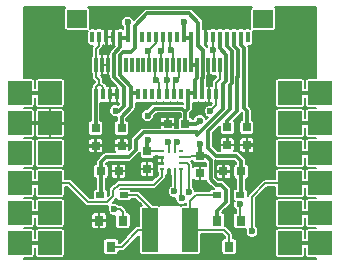
<source format=gtl>
G04 #@! TF.FileFunction,Copper,L1,Top,Signal*
%FSLAX46Y46*%
G04 Gerber Fmt 4.6, Leading zero omitted, Abs format (unit mm)*
G04 Created by KiCad (PCBNEW 4.0.6) date 03/27/17 14:11:27*
%MOMM*%
%LPD*%
G01*
G04 APERTURE LIST*
%ADD10C,0.100000*%
%ADD11R,0.750000X0.800000*%
%ADD12R,0.800000X0.750000*%
%ADD13R,0.300000X1.300000*%
%ADD14R,1.700000X1.500000*%
%ADD15R,0.280000X0.410000*%
%ADD16R,0.410000X0.280000*%
%ADD17R,1.400000X3.700000*%
%ADD18R,2.000000X2.000000*%
%ADD19R,0.800000X0.500000*%
%ADD20R,0.800000X0.900000*%
%ADD21R,0.300000X0.950000*%
%ADD22C,0.600000*%
%ADD23C,0.300000*%
%ADD24C,0.200000*%
G04 APERTURE END LIST*
D10*
D11*
X133460000Y-96630000D03*
X133460000Y-98130000D03*
X137925000Y-98475000D03*
X137925000Y-96975000D03*
D12*
X141425000Y-98325000D03*
X139925000Y-98325000D03*
X131050000Y-98300000D03*
X129550000Y-98300000D03*
D11*
X141900000Y-94600000D03*
X141900000Y-96100000D03*
X140250000Y-94600000D03*
X140250000Y-96100000D03*
X131300000Y-94650000D03*
X131300000Y-96150000D03*
D12*
X136700000Y-94325000D03*
X135200000Y-94325000D03*
D11*
X129100000Y-94650000D03*
X129100000Y-96150000D03*
D13*
X141650000Y-89300000D03*
X141150000Y-89300000D03*
X140650000Y-89300000D03*
X140150000Y-89300000D03*
X139650000Y-89300000D03*
X139150000Y-89300000D03*
X138650000Y-89300000D03*
X138150000Y-89300000D03*
X137650000Y-89300000D03*
X137150000Y-89300000D03*
X136650000Y-89300000D03*
X136150000Y-89300000D03*
X135650000Y-89300000D03*
X135150000Y-89300000D03*
X134650000Y-89300000D03*
X134150000Y-89300000D03*
X133650000Y-89300000D03*
X133150000Y-89300000D03*
X132650000Y-89300000D03*
X132150000Y-89300000D03*
X131650000Y-89300000D03*
X131150000Y-89300000D03*
X130650000Y-89300000D03*
X130150000Y-89300000D03*
X129650000Y-89300000D03*
X129150000Y-89300000D03*
D14*
X143300000Y-85400000D03*
X127500000Y-85400000D03*
D15*
X135300000Y-96565000D03*
D16*
X136365000Y-98130000D03*
X136365000Y-97630000D03*
X136365000Y-97130000D03*
X136365000Y-96630000D03*
X134735000Y-96630000D03*
X134735000Y-97130000D03*
X134735000Y-97630000D03*
X134735000Y-98130000D03*
D15*
X135800000Y-96565000D03*
X135300000Y-98195000D03*
X135800000Y-98195000D03*
D17*
X137100000Y-103306000D03*
X133700000Y-103306000D03*
D18*
X125230000Y-91700000D03*
X125230000Y-94240000D03*
X125230000Y-96780000D03*
X125230000Y-99320000D03*
X125230000Y-101860000D03*
X125230000Y-104400000D03*
X145560000Y-104400000D03*
X145560000Y-101860000D03*
X145560000Y-99320000D03*
X145560000Y-96780000D03*
X145560000Y-94240000D03*
X145560000Y-91700000D03*
X148100000Y-104400000D03*
X148100000Y-101860000D03*
X148100000Y-99320000D03*
X148100000Y-96780000D03*
X148100000Y-94240000D03*
X148100000Y-91700000D03*
X122690000Y-91700000D03*
X122690000Y-94240000D03*
X122690000Y-96780000D03*
X122690000Y-99320000D03*
X122690000Y-101860000D03*
X122690000Y-104400000D03*
D19*
X141350000Y-100300000D03*
X139350000Y-100300000D03*
X131500000Y-100300000D03*
X129500000Y-100300000D03*
D20*
X141400000Y-102500000D03*
X139400000Y-102500000D03*
X140400000Y-104700000D03*
X131400000Y-102500000D03*
X129400000Y-102500000D03*
X130400000Y-104700000D03*
D21*
X142004000Y-86950000D03*
X141704000Y-91800000D03*
X141404000Y-86950000D03*
X141104000Y-91800000D03*
X140804000Y-86950000D03*
X140504000Y-91800000D03*
X140204000Y-86950000D03*
X139904000Y-91800000D03*
X139604000Y-86950000D03*
X139304000Y-91800000D03*
X139004000Y-86950000D03*
X138704000Y-91800000D03*
X138404000Y-86950000D03*
X138104000Y-91800000D03*
X137804000Y-86950000D03*
X137504000Y-91800000D03*
X137204000Y-86950000D03*
X136904000Y-91800000D03*
X136604000Y-86950000D03*
X136304000Y-91800000D03*
X136004000Y-86950000D03*
X135704000Y-91800000D03*
X135404000Y-86950000D03*
X135104000Y-91800000D03*
X134804000Y-86950000D03*
X134504000Y-91800000D03*
X134204000Y-86950000D03*
X133904000Y-91800000D03*
X133604000Y-86950000D03*
X133304000Y-91800000D03*
X133004000Y-86950000D03*
X132704000Y-91800000D03*
X132404000Y-86950000D03*
X132104000Y-91800000D03*
X131804000Y-86950000D03*
X131504000Y-91800000D03*
X131204000Y-86950000D03*
X130904000Y-91800000D03*
X130604000Y-86950000D03*
X130304000Y-91800000D03*
X130004000Y-86950000D03*
X129704000Y-91800000D03*
X129404000Y-86950000D03*
X129104000Y-91800000D03*
X128804000Y-86950000D03*
D22*
X133500000Y-93600000D03*
X133530000Y-95620000D03*
X136600000Y-85710000D03*
X131810000Y-85710000D03*
X137920000Y-94020000D03*
X137920000Y-95980000D03*
X130800000Y-93190000D03*
X137900000Y-93100000D03*
X140200000Y-85500000D03*
X144570000Y-89470000D03*
X140710000Y-99600000D03*
X128060000Y-101760000D03*
X132270000Y-98130000D03*
X130000000Y-85500000D03*
X127500000Y-96100000D03*
X132500000Y-94300000D03*
X142500000Y-98200000D03*
X142900000Y-95300000D03*
X135000000Y-100800000D03*
X134100000Y-94300000D03*
X138000000Y-99600000D03*
X135490000Y-88040000D03*
X136975000Y-100100000D03*
X136375000Y-100575000D03*
X135915000Y-90605000D03*
X135104000Y-90580000D03*
X142340000Y-103390000D03*
X135740000Y-100000000D03*
X134650000Y-88090000D03*
X134250000Y-90550000D03*
X133540000Y-88140000D03*
X135220000Y-95830000D03*
X136025000Y-95800000D03*
X141320000Y-101110000D03*
X138790000Y-93210000D03*
X139000000Y-88025000D03*
X130670000Y-101520000D03*
D23*
X133500000Y-93600000D02*
X134100000Y-93000000D01*
X136700000Y-93250000D02*
X136450000Y-93000000D01*
X136450000Y-93000000D02*
X134100000Y-93000000D01*
X133460000Y-96630000D02*
X133460000Y-95690000D01*
D24*
X133460000Y-95690000D02*
X133530000Y-95620000D01*
D23*
X140170000Y-100880000D02*
X139400000Y-101650000D01*
X140170000Y-100880000D02*
X140170000Y-99900000D01*
X140170000Y-99900000D02*
X139730000Y-99460000D01*
X139730000Y-99460000D02*
X139310000Y-99460000D01*
X139310000Y-99460000D02*
X138840000Y-98990000D01*
X138840000Y-98990000D02*
X138840000Y-97340000D01*
X138840000Y-97340000D02*
X138475000Y-96975000D01*
X137925000Y-96975000D02*
X138475000Y-96975000D01*
X139400000Y-101650000D02*
X139400000Y-102500000D01*
X131804000Y-87050000D02*
X131804000Y-85716000D01*
X136600000Y-85710000D02*
X136600000Y-87046000D01*
X131804000Y-85716000D02*
X131810000Y-85710000D01*
X131810000Y-87044000D02*
X131804000Y-87050000D01*
X137925000Y-96975000D02*
X137925000Y-95985000D01*
X137615000Y-94325000D02*
X136700000Y-94325000D01*
X137920000Y-94020000D02*
X137615000Y-94325000D01*
X137925000Y-95985000D02*
X137920000Y-95980000D01*
X131504000Y-91700000D02*
X131504000Y-92756000D01*
X131070000Y-93190000D02*
X130800000Y-93190000D01*
X131504000Y-92756000D02*
X131070000Y-93190000D01*
X136600000Y-87046000D02*
X136604000Y-87050000D01*
X136904000Y-93046000D02*
X136700000Y-93250000D01*
X136904000Y-91700000D02*
X136904000Y-93046000D01*
X136700000Y-93250000D02*
X136700000Y-94325000D01*
D24*
X136365000Y-97130000D02*
X137120000Y-97130000D01*
X137275000Y-96975000D02*
X137925000Y-96975000D01*
X137120000Y-97130000D02*
X137275000Y-96975000D01*
X134735000Y-96630000D02*
X133460000Y-96630000D01*
D23*
X122690000Y-91700000D02*
X125230000Y-91700000D01*
X137504000Y-91700000D02*
X137504000Y-90556000D01*
X137650000Y-90410000D02*
X137650000Y-89300000D01*
X137504000Y-90556000D02*
X137650000Y-90410000D01*
X137504000Y-91700000D02*
X136904000Y-91700000D01*
X137204000Y-87050000D02*
X137204000Y-88216000D01*
X137150000Y-88270000D02*
X137150000Y-89300000D01*
X137204000Y-88216000D02*
X137150000Y-88270000D01*
X137204000Y-87050000D02*
X136604000Y-87050000D01*
X137150000Y-89300000D02*
X137650000Y-89300000D01*
X130650000Y-89300000D02*
X130650000Y-88343602D01*
X131204000Y-87789602D02*
X131204000Y-87050000D01*
X130650000Y-88343602D02*
X131204000Y-87789602D01*
X131804000Y-87050000D02*
X131204000Y-87050000D01*
X131504000Y-91700000D02*
X131504000Y-91210398D01*
X130650000Y-90356398D02*
X130650000Y-89300000D01*
X131504000Y-91210398D02*
X130650000Y-90356398D01*
D24*
X138704000Y-91700000D02*
X138704000Y-92426000D01*
X138030000Y-93100000D02*
X137900000Y-93100000D01*
X138704000Y-92426000D02*
X138030000Y-93100000D01*
X138404000Y-86196000D02*
X139100000Y-85500000D01*
X139100000Y-85500000D02*
X140200000Y-85500000D01*
X138404000Y-87050000D02*
X138404000Y-86196000D01*
X139925000Y-98325000D02*
X139925000Y-98995000D01*
X140105000Y-98995000D02*
X140710000Y-99600000D01*
X139925000Y-98995000D02*
X140105000Y-98995000D01*
X129400000Y-102500000D02*
X128800000Y-102500000D01*
X128800000Y-102500000D02*
X128060000Y-101760000D01*
X129400000Y-102500000D02*
X128970000Y-102500000D01*
X133460000Y-98130000D02*
X132270000Y-98130000D01*
X130904000Y-91700000D02*
X130904000Y-91204000D01*
X130904000Y-91204000D02*
X130500000Y-90800000D01*
D23*
X130004000Y-87050000D02*
X130004000Y-85504000D01*
X130004000Y-85504000D02*
X130000000Y-85500000D01*
X129100000Y-96150000D02*
X127550000Y-96150000D01*
X127550000Y-96150000D02*
X127500000Y-96100000D01*
X131300000Y-96150000D02*
X131300000Y-95400000D01*
X132500000Y-94900000D02*
X132500000Y-94300000D01*
X132000000Y-95400000D02*
X132500000Y-94900000D01*
X131300000Y-95400000D02*
X132000000Y-95400000D01*
X141900000Y-96100000D02*
X141900000Y-96900000D01*
X141900000Y-96900000D02*
X142500000Y-98200000D01*
X141900000Y-96100000D02*
X142700000Y-96100000D01*
X142700000Y-96100000D02*
X142900000Y-95300000D01*
X135300000Y-98195000D02*
X135300000Y-99500000D01*
X135000000Y-99800000D02*
X135000000Y-100800000D01*
X135300000Y-99500000D02*
X135000000Y-99800000D01*
X135200000Y-94325000D02*
X134125000Y-94325000D01*
X134125000Y-94325000D02*
X134100000Y-94300000D01*
D24*
X137925000Y-98475000D02*
X137925000Y-99525000D01*
X137925000Y-99525000D02*
X138000000Y-99600000D01*
X139925000Y-98325000D02*
X139925000Y-98725000D01*
D23*
X122690000Y-94240000D02*
X125230000Y-94240000D01*
X140504000Y-91700000D02*
X140504000Y-93046000D01*
X141425000Y-97450000D02*
X141425000Y-98325000D01*
X140975000Y-97000000D02*
X141425000Y-97450000D01*
X139275000Y-97000000D02*
X140975000Y-97000000D01*
X138625000Y-96350000D02*
X139275000Y-97000000D01*
X138625000Y-94925000D02*
X138625000Y-96350000D01*
X140504000Y-93046000D02*
X138625000Y-94925000D01*
X141400000Y-100300000D02*
X141400000Y-98350000D01*
X141400000Y-98350000D02*
X141425000Y-98325000D01*
X140650000Y-89300000D02*
X140650000Y-88153602D01*
X140204000Y-87707602D02*
X140204000Y-87050000D01*
X140650000Y-88153602D02*
X140204000Y-87707602D01*
X140504000Y-91006000D02*
X140650000Y-90860000D01*
X140650000Y-90860000D02*
X140650000Y-89300000D01*
X140504000Y-91700000D02*
X140504000Y-91006000D01*
X129550000Y-98300000D02*
X129550000Y-100250000D01*
X129550000Y-100250000D02*
X129500000Y-100300000D01*
X132500000Y-95675000D02*
X132500000Y-96500000D01*
X133165000Y-95010000D02*
X132500000Y-95675000D01*
X137713602Y-95199988D02*
X137713602Y-95010000D01*
X137713602Y-95010000D02*
X133165000Y-95010000D01*
X139904000Y-93009590D02*
X137713602Y-95199988D01*
X139904000Y-91700000D02*
X139904000Y-93009590D01*
X129550000Y-97520000D02*
X129550000Y-98300000D01*
X129960000Y-97110000D02*
X129550000Y-97520000D01*
X131890000Y-97110000D02*
X129960000Y-97110000D01*
X132500000Y-96500000D02*
X131890000Y-97110000D01*
X139904000Y-91700000D02*
X139904000Y-90941012D01*
X140150000Y-90695012D02*
X140150000Y-89300000D01*
X139904000Y-90941012D02*
X140150000Y-90695012D01*
X140150000Y-89300000D02*
X140150000Y-88430000D01*
X140150000Y-88430000D02*
X139604000Y-87884000D01*
X139604000Y-87884000D02*
X139604000Y-87050000D01*
X141704000Y-91700000D02*
X141704000Y-92979000D01*
X141900000Y-93175000D02*
X141900000Y-94375000D01*
X141704000Y-92979000D02*
X141900000Y-93175000D01*
X141650000Y-89300000D02*
X141650000Y-87880806D01*
X141404000Y-87634806D02*
X141404000Y-87050000D01*
X141650000Y-87880806D02*
X141404000Y-87634806D01*
X141704000Y-90284000D02*
X141650000Y-90230000D01*
X141704000Y-91700000D02*
X141704000Y-90284000D01*
X141650000Y-90230000D02*
X141650000Y-89300000D01*
X141104000Y-91700000D02*
X141104000Y-93171000D01*
X140250000Y-94025000D02*
X140250000Y-94375000D01*
X141104000Y-93171000D02*
X140250000Y-94025000D01*
X141150000Y-89300000D02*
X141150000Y-88017204D01*
X140804000Y-87671204D02*
X140804000Y-87050000D01*
X141150000Y-88017204D02*
X140804000Y-87671204D01*
X141104000Y-90336000D02*
X141150000Y-90290000D01*
X141104000Y-91700000D02*
X141104000Y-90336000D01*
X141150000Y-90290000D02*
X141150000Y-89300000D01*
X137030000Y-84950000D02*
X137804000Y-85724000D01*
X137804000Y-85724000D02*
X137804000Y-87050000D01*
X133450000Y-84950000D02*
X137030000Y-84950000D01*
X132404000Y-85996000D02*
X133450000Y-84950000D01*
X132404000Y-87050000D02*
X132404000Y-85996000D01*
X132104000Y-91700000D02*
X132104000Y-92896000D01*
X131300000Y-93700000D02*
X131300000Y-94650000D01*
X132104000Y-92896000D02*
X131300000Y-93700000D01*
X132104000Y-91700000D02*
X132104000Y-91144000D01*
X131150000Y-90190000D02*
X131150000Y-89300000D01*
X132104000Y-91144000D02*
X131150000Y-90190000D01*
X132104000Y-91700000D02*
X132704000Y-91700000D01*
X131150000Y-89300000D02*
X131150000Y-88480000D01*
X131150000Y-88480000D02*
X131450000Y-88180000D01*
X131450000Y-88180000D02*
X132070000Y-88180000D01*
X132070000Y-88180000D02*
X132404000Y-87846000D01*
X132404000Y-87846000D02*
X132404000Y-87050000D01*
X138150000Y-89300000D02*
X138150000Y-88010000D01*
X137804000Y-87664000D02*
X137804000Y-87050000D01*
X138150000Y-88010000D02*
X137804000Y-87664000D01*
X138104000Y-90436000D02*
X138150000Y-90390000D01*
X138104000Y-91700000D02*
X138104000Y-90436000D01*
X138150000Y-90390000D02*
X138150000Y-89300000D01*
X129104000Y-91700000D02*
X129104000Y-94646000D01*
X129104000Y-94646000D02*
X129100000Y-94650000D01*
D24*
X129400000Y-90900000D02*
X129400000Y-90550000D01*
X129400000Y-90550000D02*
X129150000Y-90300000D01*
X129704000Y-91700000D02*
X129704000Y-91204000D01*
X129704000Y-91204000D02*
X129400000Y-90900000D01*
X129150000Y-90300000D02*
X129150000Y-89300000D01*
X129104000Y-91196000D02*
X129400000Y-90900000D01*
X129104000Y-91700000D02*
X129104000Y-91196000D01*
X129150000Y-89300000D02*
X129150000Y-87918400D01*
X129150000Y-87918400D02*
X129404000Y-87664400D01*
X129404000Y-87664400D02*
X129404000Y-87050000D01*
X139981000Y-103306000D02*
X140400000Y-103725000D01*
X137100000Y-103306000D02*
X139981000Y-103306000D01*
X140400000Y-103725000D02*
X140400000Y-104700000D01*
X139300000Y-100300000D02*
X137600000Y-100300000D01*
X137100000Y-100800000D02*
X137100000Y-103306000D01*
X137600000Y-100300000D02*
X137100000Y-100800000D01*
X130400000Y-104700000D02*
X131320000Y-104700000D01*
X132714000Y-103306000D02*
X133700000Y-103306000D01*
X131320000Y-104700000D02*
X132714000Y-103306000D01*
X133700000Y-101400000D02*
X132600000Y-100300000D01*
X133700000Y-103306000D02*
X133700000Y-101400000D01*
X132600000Y-100300000D02*
X131500000Y-100300000D01*
X136830000Y-97630000D02*
X136975000Y-97775000D01*
X136975000Y-97775000D02*
X136975000Y-100100000D01*
X136830000Y-97630000D02*
X136365000Y-97630000D01*
D23*
X145560000Y-101860000D02*
X148100000Y-101860000D01*
D24*
X135650000Y-89300000D02*
X135650000Y-88200000D01*
X135650000Y-88200000D02*
X135490000Y-88040000D01*
X135404000Y-87954000D02*
X135404000Y-87050000D01*
X135490000Y-88040000D02*
X135404000Y-87954000D01*
X136365000Y-98130000D02*
X136365000Y-100565000D01*
X136365000Y-100565000D02*
X136375000Y-100575000D01*
D23*
X145560000Y-104400000D02*
X148100000Y-104400000D01*
D24*
X135704000Y-91700000D02*
X135704000Y-90816000D01*
X136150000Y-90370000D02*
X136150000Y-89300000D01*
X135704000Y-90816000D02*
X135915000Y-90605000D01*
X135915000Y-90605000D02*
X136150000Y-90370000D01*
X135800000Y-99825000D02*
X135740000Y-99885000D01*
X135800000Y-98195000D02*
X135800000Y-99825000D01*
X143480000Y-99320000D02*
X142340000Y-100460000D01*
X142340000Y-100460000D02*
X142340000Y-103390000D01*
X143480000Y-99320000D02*
X145560000Y-99320000D01*
X135740000Y-99885000D02*
X135740000Y-100000000D01*
X135150000Y-89300000D02*
X135150000Y-90534000D01*
X135150000Y-90534000D02*
X135104000Y-90580000D01*
X135104000Y-91700000D02*
X135104000Y-90580000D01*
D23*
X145560000Y-99320000D02*
X148100000Y-99320000D01*
X145560000Y-96780000D02*
X148100000Y-96780000D01*
D24*
X134804000Y-87050000D02*
X134804000Y-87936000D01*
X134650000Y-88090000D02*
X134650000Y-89300000D01*
X134804000Y-87936000D02*
X134650000Y-88090000D01*
D23*
X145560000Y-94240000D02*
X148100000Y-94240000D01*
D24*
X134504000Y-91700000D02*
X134504000Y-90804000D01*
X134150000Y-90450000D02*
X134150000Y-89300000D01*
X134504000Y-90804000D02*
X134270000Y-90570000D01*
X134270000Y-90570000D02*
X134150000Y-90450000D01*
X133650000Y-89300000D02*
X133650000Y-88250000D01*
X133650000Y-88250000D02*
X133540000Y-88140000D01*
X134204000Y-87050000D02*
X134204000Y-87476000D01*
X134204000Y-87476000D02*
X133540000Y-88140000D01*
D23*
X145560000Y-91700000D02*
X148100000Y-91700000D01*
D24*
X125230000Y-99320000D02*
X126830000Y-99320000D01*
X134735000Y-98755000D02*
X134735000Y-98130000D01*
X134060000Y-99430000D02*
X134735000Y-98755000D01*
X131060000Y-99430000D02*
X134060000Y-99430000D01*
X130590000Y-99900000D02*
X131060000Y-99430000D01*
X130590000Y-100430000D02*
X130590000Y-99900000D01*
X130090000Y-100930000D02*
X130590000Y-100430000D01*
X128440000Y-100930000D02*
X130090000Y-100930000D01*
X126830000Y-99320000D02*
X128440000Y-100930000D01*
D23*
X122690000Y-99320000D02*
X125230000Y-99320000D01*
D24*
X135300000Y-96565000D02*
X135300000Y-95910000D01*
X135300000Y-95910000D02*
X135220000Y-95830000D01*
D23*
X122690000Y-101860000D02*
X125230000Y-101860000D01*
D24*
X135800000Y-96025000D02*
X136025000Y-95800000D01*
X135800000Y-96025000D02*
X135800000Y-96565000D01*
D23*
X122690000Y-104400000D02*
X125230000Y-104400000D01*
D24*
X139304000Y-91700000D02*
X139304000Y-92696000D01*
X141320000Y-101110000D02*
X141320000Y-102420000D01*
X139304000Y-92696000D02*
X138790000Y-93210000D01*
X141400000Y-102500000D02*
X141320000Y-102420000D01*
X139650000Y-89300000D02*
X139650000Y-90500000D01*
X139304000Y-90846000D02*
X139304000Y-91700000D01*
X139650000Y-90500000D02*
X139304000Y-90846000D01*
X131400000Y-102500000D02*
X131400000Y-101790000D01*
X131130000Y-101520000D02*
X130670000Y-101520000D01*
X131400000Y-101790000D02*
X131130000Y-101520000D01*
X139150000Y-89300000D02*
X139150000Y-88175000D01*
X139004000Y-88021000D02*
X139000000Y-88025000D01*
X139004000Y-88021000D02*
X139004000Y-87050000D01*
X139150000Y-88175000D02*
X139000000Y-88025000D01*
G36*
X139275000Y-97400001D02*
X139275005Y-97400000D01*
X140809314Y-97400000D01*
X141025000Y-97615686D01*
X141025000Y-97695103D01*
X140932356Y-97712535D01*
X140847268Y-97767288D01*
X140790185Y-97850831D01*
X140770103Y-97950000D01*
X140770103Y-98700000D01*
X140787535Y-98792644D01*
X140842288Y-98877732D01*
X140925831Y-98934815D01*
X141000000Y-98949834D01*
X141000000Y-99795103D01*
X140950000Y-99795103D01*
X140857356Y-99812535D01*
X140772268Y-99867288D01*
X140715185Y-99950831D01*
X140695103Y-100050000D01*
X140695103Y-100550000D01*
X140712535Y-100642644D01*
X140767288Y-100727732D01*
X140850831Y-100784815D01*
X140864486Y-100787580D01*
X140854005Y-100798043D01*
X140770096Y-101000118D01*
X140769905Y-101218922D01*
X140853461Y-101421143D01*
X140970000Y-101537886D01*
X140970000Y-101800748D01*
X140907356Y-101812535D01*
X140822268Y-101867288D01*
X140765185Y-101950831D01*
X140745103Y-102050000D01*
X140745103Y-102950000D01*
X140762535Y-103042644D01*
X140817288Y-103127732D01*
X140900831Y-103184815D01*
X141000000Y-103204897D01*
X141800000Y-103204897D01*
X141823138Y-103200543D01*
X141790096Y-103280118D01*
X141789905Y-103498922D01*
X141873461Y-103701143D01*
X142028043Y-103855995D01*
X142230118Y-103939904D01*
X142448922Y-103940095D01*
X142651143Y-103856539D01*
X142805995Y-103701957D01*
X142889904Y-103499882D01*
X142890095Y-103281078D01*
X142806539Y-103078857D01*
X142690000Y-102962114D01*
X142690000Y-100604974D01*
X143624975Y-99670000D01*
X144305103Y-99670000D01*
X144305103Y-100320000D01*
X144322535Y-100412644D01*
X144377288Y-100497732D01*
X144460831Y-100554815D01*
X144560000Y-100574897D01*
X146560000Y-100574897D01*
X146652644Y-100557465D01*
X146737732Y-100502712D01*
X146794815Y-100419169D01*
X146814897Y-100320000D01*
X146814897Y-99720000D01*
X146845103Y-99720000D01*
X146845103Y-100320000D01*
X146862535Y-100412644D01*
X146917288Y-100497732D01*
X147000831Y-100554815D01*
X147100000Y-100574897D01*
X147775000Y-100574897D01*
X147775000Y-100605103D01*
X147100000Y-100605103D01*
X147007356Y-100622535D01*
X146922268Y-100677288D01*
X146865185Y-100760831D01*
X146845103Y-100860000D01*
X146845103Y-101460000D01*
X146814897Y-101460000D01*
X146814897Y-100860000D01*
X146797465Y-100767356D01*
X146742712Y-100682268D01*
X146659169Y-100625185D01*
X146560000Y-100605103D01*
X144560000Y-100605103D01*
X144467356Y-100622535D01*
X144382268Y-100677288D01*
X144325185Y-100760831D01*
X144305103Y-100860000D01*
X144305103Y-102860000D01*
X144322535Y-102952644D01*
X144377288Y-103037732D01*
X144460831Y-103094815D01*
X144560000Y-103114897D01*
X146560000Y-103114897D01*
X146652644Y-103097465D01*
X146737732Y-103042712D01*
X146794815Y-102959169D01*
X146814897Y-102860000D01*
X146814897Y-102260000D01*
X146845103Y-102260000D01*
X146845103Y-102860000D01*
X146862535Y-102952644D01*
X146917288Y-103037732D01*
X147000831Y-103094815D01*
X147100000Y-103114897D01*
X147775000Y-103114897D01*
X147775000Y-103145103D01*
X147100000Y-103145103D01*
X147007356Y-103162535D01*
X146922268Y-103217288D01*
X146865185Y-103300831D01*
X146845103Y-103400000D01*
X146845103Y-104000000D01*
X146814897Y-104000000D01*
X146814897Y-103400000D01*
X146797465Y-103307356D01*
X146742712Y-103222268D01*
X146659169Y-103165185D01*
X146560000Y-103145103D01*
X144560000Y-103145103D01*
X144467356Y-103162535D01*
X144382268Y-103217288D01*
X144325185Y-103300831D01*
X144305103Y-103400000D01*
X144305103Y-105400000D01*
X144322535Y-105492644D01*
X144377288Y-105577732D01*
X144460831Y-105634815D01*
X144560000Y-105654897D01*
X146560000Y-105654897D01*
X146652644Y-105637465D01*
X146737732Y-105582712D01*
X146794815Y-105499169D01*
X146814897Y-105400000D01*
X146814897Y-104800000D01*
X146845103Y-104800000D01*
X146845103Y-105400000D01*
X146862535Y-105492644D01*
X146917288Y-105577732D01*
X147000831Y-105634815D01*
X147100000Y-105654897D01*
X147775000Y-105654897D01*
X147775000Y-105775000D01*
X123025000Y-105775000D01*
X123025000Y-105654897D01*
X123690000Y-105654897D01*
X123782644Y-105637465D01*
X123867732Y-105582712D01*
X123924815Y-105499169D01*
X123944897Y-105400000D01*
X123944897Y-104800000D01*
X123975103Y-104800000D01*
X123975103Y-105400000D01*
X123992535Y-105492644D01*
X124047288Y-105577732D01*
X124130831Y-105634815D01*
X124230000Y-105654897D01*
X126230000Y-105654897D01*
X126322644Y-105637465D01*
X126407732Y-105582712D01*
X126464815Y-105499169D01*
X126484897Y-105400000D01*
X126484897Y-103400000D01*
X126467465Y-103307356D01*
X126412712Y-103222268D01*
X126329169Y-103165185D01*
X126230000Y-103145103D01*
X124230000Y-103145103D01*
X124137356Y-103162535D01*
X124052268Y-103217288D01*
X123995185Y-103300831D01*
X123975103Y-103400000D01*
X123975103Y-104000000D01*
X123944897Y-104000000D01*
X123944897Y-103400000D01*
X123927465Y-103307356D01*
X123872712Y-103222268D01*
X123789169Y-103165185D01*
X123690000Y-103145103D01*
X123025000Y-103145103D01*
X123025000Y-103114897D01*
X123690000Y-103114897D01*
X123782644Y-103097465D01*
X123867732Y-103042712D01*
X123924815Y-102959169D01*
X123944897Y-102860000D01*
X123944897Y-102260000D01*
X123975103Y-102260000D01*
X123975103Y-102860000D01*
X123992535Y-102952644D01*
X124047288Y-103037732D01*
X124130831Y-103094815D01*
X124230000Y-103114897D01*
X126230000Y-103114897D01*
X126322644Y-103097465D01*
X126407732Y-103042712D01*
X126464815Y-102959169D01*
X126484897Y-102860000D01*
X126484897Y-102587500D01*
X128750000Y-102587500D01*
X128750000Y-102999728D01*
X128788060Y-103091614D01*
X128858386Y-103161940D01*
X128950272Y-103200000D01*
X129312500Y-103200000D01*
X129375000Y-103137500D01*
X129375000Y-102525000D01*
X129425000Y-102525000D01*
X129425000Y-103137500D01*
X129487500Y-103200000D01*
X129849728Y-103200000D01*
X129941614Y-103161940D01*
X130011940Y-103091614D01*
X130050000Y-102999728D01*
X130050000Y-102587500D01*
X129987500Y-102525000D01*
X129425000Y-102525000D01*
X129375000Y-102525000D01*
X128812500Y-102525000D01*
X128750000Y-102587500D01*
X126484897Y-102587500D01*
X126484897Y-102000272D01*
X128750000Y-102000272D01*
X128750000Y-102412500D01*
X128812500Y-102475000D01*
X129375000Y-102475000D01*
X129375000Y-101862500D01*
X129425000Y-101862500D01*
X129425000Y-102475000D01*
X129987500Y-102475000D01*
X130050000Y-102412500D01*
X130050000Y-102000272D01*
X130011940Y-101908386D01*
X129941614Y-101838060D01*
X129849728Y-101800000D01*
X129487500Y-101800000D01*
X129425000Y-101862500D01*
X129375000Y-101862500D01*
X129312500Y-101800000D01*
X128950272Y-101800000D01*
X128858386Y-101838060D01*
X128788060Y-101908386D01*
X128750000Y-102000272D01*
X126484897Y-102000272D01*
X126484897Y-100860000D01*
X126467465Y-100767356D01*
X126412712Y-100682268D01*
X126329169Y-100625185D01*
X126230000Y-100605103D01*
X124230000Y-100605103D01*
X124137356Y-100622535D01*
X124052268Y-100677288D01*
X123995185Y-100760831D01*
X123975103Y-100860000D01*
X123975103Y-101460000D01*
X123944897Y-101460000D01*
X123944897Y-100860000D01*
X123927465Y-100767356D01*
X123872712Y-100682268D01*
X123789169Y-100625185D01*
X123690000Y-100605103D01*
X123025000Y-100605103D01*
X123025000Y-100574897D01*
X123690000Y-100574897D01*
X123782644Y-100557465D01*
X123867732Y-100502712D01*
X123924815Y-100419169D01*
X123944897Y-100320000D01*
X123944897Y-99720000D01*
X123975103Y-99720000D01*
X123975103Y-100320000D01*
X123992535Y-100412644D01*
X124047288Y-100497732D01*
X124130831Y-100554815D01*
X124230000Y-100574897D01*
X126230000Y-100574897D01*
X126322644Y-100557465D01*
X126407732Y-100502712D01*
X126464815Y-100419169D01*
X126484897Y-100320000D01*
X126484897Y-99670000D01*
X126685026Y-99670000D01*
X128192513Y-101177487D01*
X128306061Y-101253358D01*
X128440000Y-101280000D01*
X130090000Y-101280000D01*
X130181700Y-101261760D01*
X130120096Y-101410118D01*
X130119905Y-101628922D01*
X130203461Y-101831143D01*
X130358043Y-101985995D01*
X130560118Y-102069904D01*
X130745103Y-102070065D01*
X130745103Y-102950000D01*
X130762535Y-103042644D01*
X130817288Y-103127732D01*
X130900831Y-103184815D01*
X131000000Y-103204897D01*
X131800000Y-103204897D01*
X131892644Y-103187465D01*
X131977732Y-103132712D01*
X132034815Y-103049169D01*
X132054897Y-102950000D01*
X132054897Y-102050000D01*
X132037465Y-101957356D01*
X131982712Y-101872268D01*
X131899169Y-101815185D01*
X131800000Y-101795103D01*
X131750000Y-101795103D01*
X131750000Y-101790000D01*
X131723358Y-101656061D01*
X131670223Y-101576539D01*
X131647488Y-101542513D01*
X131377487Y-101272513D01*
X131263939Y-101196642D01*
X131130000Y-101170000D01*
X131097750Y-101170000D01*
X130981957Y-101054005D01*
X130779882Y-100970096D01*
X130561078Y-100969905D01*
X130533797Y-100981177D01*
X130837488Y-100677487D01*
X130862147Y-100640582D01*
X130862535Y-100642644D01*
X130917288Y-100727732D01*
X131000831Y-100784815D01*
X131100000Y-100804897D01*
X131900000Y-100804897D01*
X131992644Y-100787465D01*
X132077732Y-100732712D01*
X132134247Y-100650000D01*
X132455026Y-100650000D01*
X133006129Y-101201103D01*
X133000000Y-101201103D01*
X132907356Y-101218535D01*
X132822268Y-101273288D01*
X132765185Y-101356831D01*
X132745103Y-101456000D01*
X132745103Y-102956000D01*
X132714000Y-102956000D01*
X132580061Y-102982642D01*
X132466513Y-103058512D01*
X131175026Y-104350000D01*
X131054897Y-104350000D01*
X131054897Y-104250000D01*
X131037465Y-104157356D01*
X130982712Y-104072268D01*
X130899169Y-104015185D01*
X130800000Y-103995103D01*
X130000000Y-103995103D01*
X129907356Y-104012535D01*
X129822268Y-104067288D01*
X129765185Y-104150831D01*
X129745103Y-104250000D01*
X129745103Y-105150000D01*
X129762535Y-105242644D01*
X129817288Y-105327732D01*
X129900831Y-105384815D01*
X130000000Y-105404897D01*
X130800000Y-105404897D01*
X130892644Y-105387465D01*
X130977732Y-105332712D01*
X131034815Y-105249169D01*
X131054897Y-105150000D01*
X131054897Y-105050000D01*
X131320000Y-105050000D01*
X131453939Y-105023358D01*
X131567487Y-104947487D01*
X132745103Y-103769872D01*
X132745103Y-105156000D01*
X132762535Y-105248644D01*
X132817288Y-105333732D01*
X132900831Y-105390815D01*
X133000000Y-105410897D01*
X134400000Y-105410897D01*
X134479964Y-105395851D01*
X134511094Y-105417121D01*
X134550000Y-105425000D01*
X136250000Y-105425000D01*
X136286346Y-105418161D01*
X136319727Y-105396681D01*
X136320951Y-105394889D01*
X136400000Y-105410897D01*
X137800000Y-105410897D01*
X137892644Y-105393465D01*
X137977732Y-105338712D01*
X138034815Y-105255169D01*
X138054897Y-105156000D01*
X138054897Y-103656000D01*
X139836026Y-103656000D01*
X140050000Y-103869975D01*
X140050000Y-103995103D01*
X140000000Y-103995103D01*
X139907356Y-104012535D01*
X139822268Y-104067288D01*
X139765185Y-104150831D01*
X139745103Y-104250000D01*
X139745103Y-105150000D01*
X139762535Y-105242644D01*
X139817288Y-105327732D01*
X139900831Y-105384815D01*
X140000000Y-105404897D01*
X140800000Y-105404897D01*
X140892644Y-105387465D01*
X140977732Y-105332712D01*
X141034815Y-105249169D01*
X141054897Y-105150000D01*
X141054897Y-104250000D01*
X141037465Y-104157356D01*
X140982712Y-104072268D01*
X140899169Y-104015185D01*
X140800000Y-103995103D01*
X140750000Y-103995103D01*
X140750000Y-103725000D01*
X140723358Y-103591061D01*
X140662434Y-103499882D01*
X140647487Y-103477512D01*
X140228487Y-103058513D01*
X140114939Y-102982642D01*
X140050868Y-102969897D01*
X140054897Y-102950000D01*
X140054897Y-102050000D01*
X140037465Y-101957356D01*
X139982712Y-101872268D01*
X139899169Y-101815185D01*
X139817117Y-101798569D01*
X140452840Y-101162845D01*
X140452843Y-101162843D01*
X140539552Y-101033073D01*
X140570000Y-100880000D01*
X140570000Y-99900000D01*
X140549135Y-99795103D01*
X140539552Y-99746926D01*
X140452843Y-99617157D01*
X140012843Y-99177157D01*
X139883074Y-99090448D01*
X139730000Y-99060000D01*
X139475685Y-99060000D01*
X139240000Y-98824314D01*
X139240000Y-98412500D01*
X139275000Y-98412500D01*
X139275000Y-98749728D01*
X139313060Y-98841614D01*
X139383386Y-98911940D01*
X139475272Y-98950000D01*
X139837500Y-98950000D01*
X139900000Y-98887500D01*
X139900000Y-98350000D01*
X139950000Y-98350000D01*
X139950000Y-98887500D01*
X140012500Y-98950000D01*
X140374728Y-98950000D01*
X140466614Y-98911940D01*
X140536940Y-98841614D01*
X140575000Y-98749728D01*
X140575000Y-98412500D01*
X140512500Y-98350000D01*
X139950000Y-98350000D01*
X139900000Y-98350000D01*
X139337500Y-98350000D01*
X139275000Y-98412500D01*
X139240000Y-98412500D01*
X139240000Y-97900272D01*
X139275000Y-97900272D01*
X139275000Y-98237500D01*
X139337500Y-98300000D01*
X139900000Y-98300000D01*
X139900000Y-97762500D01*
X139950000Y-97762500D01*
X139950000Y-98300000D01*
X140512500Y-98300000D01*
X140575000Y-98237500D01*
X140575000Y-97900272D01*
X140536940Y-97808386D01*
X140466614Y-97738060D01*
X140374728Y-97700000D01*
X140012500Y-97700000D01*
X139950000Y-97762500D01*
X139900000Y-97762500D01*
X139837500Y-97700000D01*
X139475272Y-97700000D01*
X139383386Y-97738060D01*
X139313060Y-97808386D01*
X139275000Y-97900272D01*
X139240000Y-97900272D01*
X139240000Y-97393039D01*
X139275000Y-97400001D01*
X139275000Y-97400001D01*
G37*
X139275000Y-97400001D02*
X139275005Y-97400000D01*
X140809314Y-97400000D01*
X141025000Y-97615686D01*
X141025000Y-97695103D01*
X140932356Y-97712535D01*
X140847268Y-97767288D01*
X140790185Y-97850831D01*
X140770103Y-97950000D01*
X140770103Y-98700000D01*
X140787535Y-98792644D01*
X140842288Y-98877732D01*
X140925831Y-98934815D01*
X141000000Y-98949834D01*
X141000000Y-99795103D01*
X140950000Y-99795103D01*
X140857356Y-99812535D01*
X140772268Y-99867288D01*
X140715185Y-99950831D01*
X140695103Y-100050000D01*
X140695103Y-100550000D01*
X140712535Y-100642644D01*
X140767288Y-100727732D01*
X140850831Y-100784815D01*
X140864486Y-100787580D01*
X140854005Y-100798043D01*
X140770096Y-101000118D01*
X140769905Y-101218922D01*
X140853461Y-101421143D01*
X140970000Y-101537886D01*
X140970000Y-101800748D01*
X140907356Y-101812535D01*
X140822268Y-101867288D01*
X140765185Y-101950831D01*
X140745103Y-102050000D01*
X140745103Y-102950000D01*
X140762535Y-103042644D01*
X140817288Y-103127732D01*
X140900831Y-103184815D01*
X141000000Y-103204897D01*
X141800000Y-103204897D01*
X141823138Y-103200543D01*
X141790096Y-103280118D01*
X141789905Y-103498922D01*
X141873461Y-103701143D01*
X142028043Y-103855995D01*
X142230118Y-103939904D01*
X142448922Y-103940095D01*
X142651143Y-103856539D01*
X142805995Y-103701957D01*
X142889904Y-103499882D01*
X142890095Y-103281078D01*
X142806539Y-103078857D01*
X142690000Y-102962114D01*
X142690000Y-100604974D01*
X143624975Y-99670000D01*
X144305103Y-99670000D01*
X144305103Y-100320000D01*
X144322535Y-100412644D01*
X144377288Y-100497732D01*
X144460831Y-100554815D01*
X144560000Y-100574897D01*
X146560000Y-100574897D01*
X146652644Y-100557465D01*
X146737732Y-100502712D01*
X146794815Y-100419169D01*
X146814897Y-100320000D01*
X146814897Y-99720000D01*
X146845103Y-99720000D01*
X146845103Y-100320000D01*
X146862535Y-100412644D01*
X146917288Y-100497732D01*
X147000831Y-100554815D01*
X147100000Y-100574897D01*
X147775000Y-100574897D01*
X147775000Y-100605103D01*
X147100000Y-100605103D01*
X147007356Y-100622535D01*
X146922268Y-100677288D01*
X146865185Y-100760831D01*
X146845103Y-100860000D01*
X146845103Y-101460000D01*
X146814897Y-101460000D01*
X146814897Y-100860000D01*
X146797465Y-100767356D01*
X146742712Y-100682268D01*
X146659169Y-100625185D01*
X146560000Y-100605103D01*
X144560000Y-100605103D01*
X144467356Y-100622535D01*
X144382268Y-100677288D01*
X144325185Y-100760831D01*
X144305103Y-100860000D01*
X144305103Y-102860000D01*
X144322535Y-102952644D01*
X144377288Y-103037732D01*
X144460831Y-103094815D01*
X144560000Y-103114897D01*
X146560000Y-103114897D01*
X146652644Y-103097465D01*
X146737732Y-103042712D01*
X146794815Y-102959169D01*
X146814897Y-102860000D01*
X146814897Y-102260000D01*
X146845103Y-102260000D01*
X146845103Y-102860000D01*
X146862535Y-102952644D01*
X146917288Y-103037732D01*
X147000831Y-103094815D01*
X147100000Y-103114897D01*
X147775000Y-103114897D01*
X147775000Y-103145103D01*
X147100000Y-103145103D01*
X147007356Y-103162535D01*
X146922268Y-103217288D01*
X146865185Y-103300831D01*
X146845103Y-103400000D01*
X146845103Y-104000000D01*
X146814897Y-104000000D01*
X146814897Y-103400000D01*
X146797465Y-103307356D01*
X146742712Y-103222268D01*
X146659169Y-103165185D01*
X146560000Y-103145103D01*
X144560000Y-103145103D01*
X144467356Y-103162535D01*
X144382268Y-103217288D01*
X144325185Y-103300831D01*
X144305103Y-103400000D01*
X144305103Y-105400000D01*
X144322535Y-105492644D01*
X144377288Y-105577732D01*
X144460831Y-105634815D01*
X144560000Y-105654897D01*
X146560000Y-105654897D01*
X146652644Y-105637465D01*
X146737732Y-105582712D01*
X146794815Y-105499169D01*
X146814897Y-105400000D01*
X146814897Y-104800000D01*
X146845103Y-104800000D01*
X146845103Y-105400000D01*
X146862535Y-105492644D01*
X146917288Y-105577732D01*
X147000831Y-105634815D01*
X147100000Y-105654897D01*
X147775000Y-105654897D01*
X147775000Y-105775000D01*
X123025000Y-105775000D01*
X123025000Y-105654897D01*
X123690000Y-105654897D01*
X123782644Y-105637465D01*
X123867732Y-105582712D01*
X123924815Y-105499169D01*
X123944897Y-105400000D01*
X123944897Y-104800000D01*
X123975103Y-104800000D01*
X123975103Y-105400000D01*
X123992535Y-105492644D01*
X124047288Y-105577732D01*
X124130831Y-105634815D01*
X124230000Y-105654897D01*
X126230000Y-105654897D01*
X126322644Y-105637465D01*
X126407732Y-105582712D01*
X126464815Y-105499169D01*
X126484897Y-105400000D01*
X126484897Y-103400000D01*
X126467465Y-103307356D01*
X126412712Y-103222268D01*
X126329169Y-103165185D01*
X126230000Y-103145103D01*
X124230000Y-103145103D01*
X124137356Y-103162535D01*
X124052268Y-103217288D01*
X123995185Y-103300831D01*
X123975103Y-103400000D01*
X123975103Y-104000000D01*
X123944897Y-104000000D01*
X123944897Y-103400000D01*
X123927465Y-103307356D01*
X123872712Y-103222268D01*
X123789169Y-103165185D01*
X123690000Y-103145103D01*
X123025000Y-103145103D01*
X123025000Y-103114897D01*
X123690000Y-103114897D01*
X123782644Y-103097465D01*
X123867732Y-103042712D01*
X123924815Y-102959169D01*
X123944897Y-102860000D01*
X123944897Y-102260000D01*
X123975103Y-102260000D01*
X123975103Y-102860000D01*
X123992535Y-102952644D01*
X124047288Y-103037732D01*
X124130831Y-103094815D01*
X124230000Y-103114897D01*
X126230000Y-103114897D01*
X126322644Y-103097465D01*
X126407732Y-103042712D01*
X126464815Y-102959169D01*
X126484897Y-102860000D01*
X126484897Y-102587500D01*
X128750000Y-102587500D01*
X128750000Y-102999728D01*
X128788060Y-103091614D01*
X128858386Y-103161940D01*
X128950272Y-103200000D01*
X129312500Y-103200000D01*
X129375000Y-103137500D01*
X129375000Y-102525000D01*
X129425000Y-102525000D01*
X129425000Y-103137500D01*
X129487500Y-103200000D01*
X129849728Y-103200000D01*
X129941614Y-103161940D01*
X130011940Y-103091614D01*
X130050000Y-102999728D01*
X130050000Y-102587500D01*
X129987500Y-102525000D01*
X129425000Y-102525000D01*
X129375000Y-102525000D01*
X128812500Y-102525000D01*
X128750000Y-102587500D01*
X126484897Y-102587500D01*
X126484897Y-102000272D01*
X128750000Y-102000272D01*
X128750000Y-102412500D01*
X128812500Y-102475000D01*
X129375000Y-102475000D01*
X129375000Y-101862500D01*
X129425000Y-101862500D01*
X129425000Y-102475000D01*
X129987500Y-102475000D01*
X130050000Y-102412500D01*
X130050000Y-102000272D01*
X130011940Y-101908386D01*
X129941614Y-101838060D01*
X129849728Y-101800000D01*
X129487500Y-101800000D01*
X129425000Y-101862500D01*
X129375000Y-101862500D01*
X129312500Y-101800000D01*
X128950272Y-101800000D01*
X128858386Y-101838060D01*
X128788060Y-101908386D01*
X128750000Y-102000272D01*
X126484897Y-102000272D01*
X126484897Y-100860000D01*
X126467465Y-100767356D01*
X126412712Y-100682268D01*
X126329169Y-100625185D01*
X126230000Y-100605103D01*
X124230000Y-100605103D01*
X124137356Y-100622535D01*
X124052268Y-100677288D01*
X123995185Y-100760831D01*
X123975103Y-100860000D01*
X123975103Y-101460000D01*
X123944897Y-101460000D01*
X123944897Y-100860000D01*
X123927465Y-100767356D01*
X123872712Y-100682268D01*
X123789169Y-100625185D01*
X123690000Y-100605103D01*
X123025000Y-100605103D01*
X123025000Y-100574897D01*
X123690000Y-100574897D01*
X123782644Y-100557465D01*
X123867732Y-100502712D01*
X123924815Y-100419169D01*
X123944897Y-100320000D01*
X123944897Y-99720000D01*
X123975103Y-99720000D01*
X123975103Y-100320000D01*
X123992535Y-100412644D01*
X124047288Y-100497732D01*
X124130831Y-100554815D01*
X124230000Y-100574897D01*
X126230000Y-100574897D01*
X126322644Y-100557465D01*
X126407732Y-100502712D01*
X126464815Y-100419169D01*
X126484897Y-100320000D01*
X126484897Y-99670000D01*
X126685026Y-99670000D01*
X128192513Y-101177487D01*
X128306061Y-101253358D01*
X128440000Y-101280000D01*
X130090000Y-101280000D01*
X130181700Y-101261760D01*
X130120096Y-101410118D01*
X130119905Y-101628922D01*
X130203461Y-101831143D01*
X130358043Y-101985995D01*
X130560118Y-102069904D01*
X130745103Y-102070065D01*
X130745103Y-102950000D01*
X130762535Y-103042644D01*
X130817288Y-103127732D01*
X130900831Y-103184815D01*
X131000000Y-103204897D01*
X131800000Y-103204897D01*
X131892644Y-103187465D01*
X131977732Y-103132712D01*
X132034815Y-103049169D01*
X132054897Y-102950000D01*
X132054897Y-102050000D01*
X132037465Y-101957356D01*
X131982712Y-101872268D01*
X131899169Y-101815185D01*
X131800000Y-101795103D01*
X131750000Y-101795103D01*
X131750000Y-101790000D01*
X131723358Y-101656061D01*
X131670223Y-101576539D01*
X131647488Y-101542513D01*
X131377487Y-101272513D01*
X131263939Y-101196642D01*
X131130000Y-101170000D01*
X131097750Y-101170000D01*
X130981957Y-101054005D01*
X130779882Y-100970096D01*
X130561078Y-100969905D01*
X130533797Y-100981177D01*
X130837488Y-100677487D01*
X130862147Y-100640582D01*
X130862535Y-100642644D01*
X130917288Y-100727732D01*
X131000831Y-100784815D01*
X131100000Y-100804897D01*
X131900000Y-100804897D01*
X131992644Y-100787465D01*
X132077732Y-100732712D01*
X132134247Y-100650000D01*
X132455026Y-100650000D01*
X133006129Y-101201103D01*
X133000000Y-101201103D01*
X132907356Y-101218535D01*
X132822268Y-101273288D01*
X132765185Y-101356831D01*
X132745103Y-101456000D01*
X132745103Y-102956000D01*
X132714000Y-102956000D01*
X132580061Y-102982642D01*
X132466513Y-103058512D01*
X131175026Y-104350000D01*
X131054897Y-104350000D01*
X131054897Y-104250000D01*
X131037465Y-104157356D01*
X130982712Y-104072268D01*
X130899169Y-104015185D01*
X130800000Y-103995103D01*
X130000000Y-103995103D01*
X129907356Y-104012535D01*
X129822268Y-104067288D01*
X129765185Y-104150831D01*
X129745103Y-104250000D01*
X129745103Y-105150000D01*
X129762535Y-105242644D01*
X129817288Y-105327732D01*
X129900831Y-105384815D01*
X130000000Y-105404897D01*
X130800000Y-105404897D01*
X130892644Y-105387465D01*
X130977732Y-105332712D01*
X131034815Y-105249169D01*
X131054897Y-105150000D01*
X131054897Y-105050000D01*
X131320000Y-105050000D01*
X131453939Y-105023358D01*
X131567487Y-104947487D01*
X132745103Y-103769872D01*
X132745103Y-105156000D01*
X132762535Y-105248644D01*
X132817288Y-105333732D01*
X132900831Y-105390815D01*
X133000000Y-105410897D01*
X134400000Y-105410897D01*
X134479964Y-105395851D01*
X134511094Y-105417121D01*
X134550000Y-105425000D01*
X136250000Y-105425000D01*
X136286346Y-105418161D01*
X136319727Y-105396681D01*
X136320951Y-105394889D01*
X136400000Y-105410897D01*
X137800000Y-105410897D01*
X137892644Y-105393465D01*
X137977732Y-105338712D01*
X138034815Y-105255169D01*
X138054897Y-105156000D01*
X138054897Y-103656000D01*
X139836026Y-103656000D01*
X140050000Y-103869975D01*
X140050000Y-103995103D01*
X140000000Y-103995103D01*
X139907356Y-104012535D01*
X139822268Y-104067288D01*
X139765185Y-104150831D01*
X139745103Y-104250000D01*
X139745103Y-105150000D01*
X139762535Y-105242644D01*
X139817288Y-105327732D01*
X139900831Y-105384815D01*
X140000000Y-105404897D01*
X140800000Y-105404897D01*
X140892644Y-105387465D01*
X140977732Y-105332712D01*
X141034815Y-105249169D01*
X141054897Y-105150000D01*
X141054897Y-104250000D01*
X141037465Y-104157356D01*
X140982712Y-104072268D01*
X140899169Y-104015185D01*
X140800000Y-103995103D01*
X140750000Y-103995103D01*
X140750000Y-103725000D01*
X140723358Y-103591061D01*
X140662434Y-103499882D01*
X140647487Y-103477512D01*
X140228487Y-103058513D01*
X140114939Y-102982642D01*
X140050868Y-102969897D01*
X140054897Y-102950000D01*
X140054897Y-102050000D01*
X140037465Y-101957356D01*
X139982712Y-101872268D01*
X139899169Y-101815185D01*
X139817117Y-101798569D01*
X140452840Y-101162845D01*
X140452843Y-101162843D01*
X140539552Y-101033073D01*
X140570000Y-100880000D01*
X140570000Y-99900000D01*
X140549135Y-99795103D01*
X140539552Y-99746926D01*
X140452843Y-99617157D01*
X140012843Y-99177157D01*
X139883074Y-99090448D01*
X139730000Y-99060000D01*
X139475685Y-99060000D01*
X139240000Y-98824314D01*
X139240000Y-98412500D01*
X139275000Y-98412500D01*
X139275000Y-98749728D01*
X139313060Y-98841614D01*
X139383386Y-98911940D01*
X139475272Y-98950000D01*
X139837500Y-98950000D01*
X139900000Y-98887500D01*
X139900000Y-98350000D01*
X139950000Y-98350000D01*
X139950000Y-98887500D01*
X140012500Y-98950000D01*
X140374728Y-98950000D01*
X140466614Y-98911940D01*
X140536940Y-98841614D01*
X140575000Y-98749728D01*
X140575000Y-98412500D01*
X140512500Y-98350000D01*
X139950000Y-98350000D01*
X139900000Y-98350000D01*
X139337500Y-98350000D01*
X139275000Y-98412500D01*
X139240000Y-98412500D01*
X139240000Y-97900272D01*
X139275000Y-97900272D01*
X139275000Y-98237500D01*
X139337500Y-98300000D01*
X139900000Y-98300000D01*
X139900000Y-97762500D01*
X139950000Y-97762500D01*
X139950000Y-98300000D01*
X140512500Y-98300000D01*
X140575000Y-98237500D01*
X140575000Y-97900272D01*
X140536940Y-97808386D01*
X140466614Y-97738060D01*
X140374728Y-97700000D01*
X140012500Y-97700000D01*
X139950000Y-97762500D01*
X139900000Y-97762500D01*
X139837500Y-97700000D01*
X139475272Y-97700000D01*
X139383386Y-97738060D01*
X139313060Y-97808386D01*
X139275000Y-97900272D01*
X139240000Y-97900272D01*
X139240000Y-97393039D01*
X139275000Y-97400001D01*
G36*
X135325000Y-98170000D02*
X135345000Y-98170000D01*
X135345000Y-98220000D01*
X135325000Y-98220000D01*
X135325000Y-98587500D01*
X135387500Y-98650000D01*
X135450000Y-98650000D01*
X135450000Y-99524725D01*
X135428857Y-99533461D01*
X135274005Y-99688043D01*
X135190096Y-99890118D01*
X135189905Y-100108922D01*
X135273461Y-100311143D01*
X135428043Y-100465995D01*
X135630118Y-100549904D01*
X135825022Y-100550074D01*
X135824905Y-100683922D01*
X135908461Y-100886143D01*
X136063043Y-101040995D01*
X136265118Y-101124904D01*
X136483922Y-101125095D01*
X136686143Y-101041539D01*
X136750000Y-100977793D01*
X136750000Y-101201103D01*
X136400000Y-101201103D01*
X136307356Y-101218535D01*
X136305886Y-101219481D01*
X136288906Y-101207879D01*
X136250000Y-101200000D01*
X134550000Y-101200000D01*
X134513654Y-101206839D01*
X134493229Y-101219982D01*
X134400000Y-101201103D01*
X133979954Y-101201103D01*
X133947487Y-101152513D01*
X132847487Y-100052513D01*
X132733939Y-99976642D01*
X132600000Y-99950000D01*
X132132732Y-99950000D01*
X132082712Y-99872268D01*
X131999169Y-99815185D01*
X131900000Y-99795103D01*
X131189872Y-99795103D01*
X131204975Y-99780000D01*
X134060000Y-99780000D01*
X134193939Y-99753358D01*
X134307487Y-99677487D01*
X134982487Y-99002487D01*
X135058358Y-98888940D01*
X135077512Y-98792644D01*
X135085000Y-98755000D01*
X135085000Y-98639532D01*
X135110272Y-98650000D01*
X135212500Y-98650000D01*
X135275000Y-98587500D01*
X135275000Y-98220000D01*
X135255000Y-98220000D01*
X135255000Y-98170000D01*
X135275000Y-98170000D01*
X135275000Y-98150000D01*
X135325000Y-98150000D01*
X135325000Y-98170000D01*
X135325000Y-98170000D01*
G37*
X135325000Y-98170000D02*
X135345000Y-98170000D01*
X135345000Y-98220000D01*
X135325000Y-98220000D01*
X135325000Y-98587500D01*
X135387500Y-98650000D01*
X135450000Y-98650000D01*
X135450000Y-99524725D01*
X135428857Y-99533461D01*
X135274005Y-99688043D01*
X135190096Y-99890118D01*
X135189905Y-100108922D01*
X135273461Y-100311143D01*
X135428043Y-100465995D01*
X135630118Y-100549904D01*
X135825022Y-100550074D01*
X135824905Y-100683922D01*
X135908461Y-100886143D01*
X136063043Y-101040995D01*
X136265118Y-101124904D01*
X136483922Y-101125095D01*
X136686143Y-101041539D01*
X136750000Y-100977793D01*
X136750000Y-101201103D01*
X136400000Y-101201103D01*
X136307356Y-101218535D01*
X136305886Y-101219481D01*
X136288906Y-101207879D01*
X136250000Y-101200000D01*
X134550000Y-101200000D01*
X134513654Y-101206839D01*
X134493229Y-101219982D01*
X134400000Y-101201103D01*
X133979954Y-101201103D01*
X133947487Y-101152513D01*
X132847487Y-100052513D01*
X132733939Y-99976642D01*
X132600000Y-99950000D01*
X132132732Y-99950000D01*
X132082712Y-99872268D01*
X131999169Y-99815185D01*
X131900000Y-99795103D01*
X131189872Y-99795103D01*
X131204975Y-99780000D01*
X134060000Y-99780000D01*
X134193939Y-99753358D01*
X134307487Y-99677487D01*
X134982487Y-99002487D01*
X135058358Y-98888940D01*
X135077512Y-98792644D01*
X135085000Y-98755000D01*
X135085000Y-98639532D01*
X135110272Y-98650000D01*
X135212500Y-98650000D01*
X135275000Y-98587500D01*
X135275000Y-98220000D01*
X135255000Y-98220000D01*
X135255000Y-98170000D01*
X135275000Y-98170000D01*
X135275000Y-98150000D01*
X135325000Y-98150000D01*
X135325000Y-98170000D01*
G36*
X126472268Y-84467288D02*
X126415185Y-84550831D01*
X126395103Y-84650000D01*
X126395103Y-86150000D01*
X126412535Y-86242644D01*
X126467288Y-86327732D01*
X126550831Y-86384815D01*
X126650000Y-86404897D01*
X128350000Y-86404897D01*
X128415806Y-86392515D01*
X128399103Y-86475000D01*
X128399103Y-87425000D01*
X128416535Y-87517644D01*
X128471288Y-87602732D01*
X128554831Y-87659815D01*
X128654000Y-87679897D01*
X128896510Y-87679897D01*
X128826642Y-87784461D01*
X128800000Y-87918400D01*
X128800000Y-88499878D01*
X128765185Y-88550831D01*
X128745103Y-88650000D01*
X128745103Y-89950000D01*
X128762535Y-90042644D01*
X128800000Y-90100866D01*
X128800000Y-90300000D01*
X128821880Y-90410000D01*
X128826642Y-90433939D01*
X128902513Y-90547487D01*
X129050000Y-90694975D01*
X129050000Y-90755025D01*
X128856513Y-90948513D01*
X128780642Y-91062061D01*
X128759927Y-91166204D01*
X128719185Y-91225831D01*
X128699103Y-91325000D01*
X128699103Y-92275000D01*
X128704000Y-92301026D01*
X128704000Y-93999054D01*
X128632356Y-94012535D01*
X128547268Y-94067288D01*
X128490185Y-94150831D01*
X128470103Y-94250000D01*
X128470103Y-95050000D01*
X128487535Y-95142644D01*
X128542288Y-95227732D01*
X128625831Y-95284815D01*
X128725000Y-95304897D01*
X129475000Y-95304897D01*
X129567644Y-95287465D01*
X129652732Y-95232712D01*
X129709815Y-95149169D01*
X129729897Y-95050000D01*
X129729897Y-94250000D01*
X129712465Y-94157356D01*
X129657712Y-94072268D01*
X129574169Y-94015185D01*
X129504000Y-94000976D01*
X129504000Y-92519772D01*
X129554000Y-92529897D01*
X129854000Y-92529897D01*
X129946644Y-92512465D01*
X130002177Y-92476731D01*
X130012386Y-92486940D01*
X130104272Y-92525000D01*
X130216500Y-92525000D01*
X130279000Y-92462500D01*
X130279000Y-91825000D01*
X130329000Y-91825000D01*
X130329000Y-92462500D01*
X130391500Y-92525000D01*
X130503728Y-92525000D01*
X130595614Y-92486940D01*
X130604000Y-92478554D01*
X130612386Y-92486940D01*
X130704272Y-92525000D01*
X130816500Y-92525000D01*
X130879000Y-92462500D01*
X130879000Y-91825000D01*
X130329000Y-91825000D01*
X130279000Y-91825000D01*
X130259000Y-91825000D01*
X130259000Y-91775000D01*
X130279000Y-91775000D01*
X130279000Y-91137500D01*
X130216500Y-91075000D01*
X130104272Y-91075000D01*
X130034120Y-91104057D01*
X130027358Y-91070061D01*
X129951487Y-90956513D01*
X129750000Y-90755026D01*
X129750000Y-90550000D01*
X129723358Y-90416061D01*
X129723358Y-90416060D01*
X129647487Y-90302512D01*
X129544975Y-90200000D01*
X129562500Y-90200000D01*
X129625000Y-90137500D01*
X129625000Y-89325000D01*
X129675000Y-89325000D01*
X129675000Y-90137500D01*
X129737500Y-90200000D01*
X129849728Y-90200000D01*
X129900000Y-90179177D01*
X129950272Y-90200000D01*
X130062500Y-90200000D01*
X130125000Y-90137500D01*
X130125000Y-89325000D01*
X129675000Y-89325000D01*
X129625000Y-89325000D01*
X129605000Y-89325000D01*
X129605000Y-89275000D01*
X129625000Y-89275000D01*
X129625000Y-88462500D01*
X129675000Y-88462500D01*
X129675000Y-89275000D01*
X130125000Y-89275000D01*
X130125000Y-88462500D01*
X130062500Y-88400000D01*
X129950272Y-88400000D01*
X129900000Y-88420823D01*
X129849728Y-88400000D01*
X129737500Y-88400000D01*
X129675000Y-88462500D01*
X129625000Y-88462500D01*
X129562500Y-88400000D01*
X129500000Y-88400000D01*
X129500000Y-88063374D01*
X129651487Y-87911888D01*
X129727358Y-87798340D01*
X129733663Y-87766642D01*
X129754000Y-87664400D01*
X129754000Y-87654177D01*
X129804272Y-87675000D01*
X129916500Y-87675000D01*
X129979000Y-87612500D01*
X129979000Y-86975000D01*
X130029000Y-86975000D01*
X130029000Y-87612500D01*
X130091500Y-87675000D01*
X130203728Y-87675000D01*
X130295614Y-87636940D01*
X130304000Y-87628554D01*
X130312386Y-87636940D01*
X130404272Y-87675000D01*
X130516500Y-87675000D01*
X130579000Y-87612500D01*
X130579000Y-86975000D01*
X130029000Y-86975000D01*
X129979000Y-86975000D01*
X129959000Y-86975000D01*
X129959000Y-86925000D01*
X129979000Y-86925000D01*
X129979000Y-86287500D01*
X130029000Y-86287500D01*
X130029000Y-86925000D01*
X130579000Y-86925000D01*
X130579000Y-86287500D01*
X130516500Y-86225000D01*
X130404272Y-86225000D01*
X130312386Y-86263060D01*
X130304000Y-86271446D01*
X130295614Y-86263060D01*
X130203728Y-86225000D01*
X130091500Y-86225000D01*
X130029000Y-86287500D01*
X129979000Y-86287500D01*
X129916500Y-86225000D01*
X129804272Y-86225000D01*
X129712386Y-86263060D01*
X129701938Y-86273508D01*
X129653169Y-86240185D01*
X129554000Y-86220103D01*
X129254000Y-86220103D01*
X129161356Y-86237535D01*
X129103643Y-86274673D01*
X129053169Y-86240185D01*
X128954000Y-86220103D01*
X128654000Y-86220103D01*
X128588194Y-86232485D01*
X128604897Y-86150000D01*
X128604897Y-84650000D01*
X128587465Y-84557356D01*
X128532712Y-84472268D01*
X128463534Y-84425000D01*
X142337985Y-84425000D01*
X142272268Y-84467288D01*
X142215185Y-84550831D01*
X142195103Y-84650000D01*
X142195103Y-86150000D01*
X142210444Y-86231533D01*
X142154000Y-86220103D01*
X141854000Y-86220103D01*
X141761356Y-86237535D01*
X141703643Y-86274673D01*
X141653169Y-86240185D01*
X141554000Y-86220103D01*
X141254000Y-86220103D01*
X141161356Y-86237535D01*
X141103643Y-86274673D01*
X141053169Y-86240185D01*
X140954000Y-86220103D01*
X140654000Y-86220103D01*
X140561356Y-86237535D01*
X140503643Y-86274673D01*
X140453169Y-86240185D01*
X140354000Y-86220103D01*
X140054000Y-86220103D01*
X139961356Y-86237535D01*
X139903643Y-86274673D01*
X139853169Y-86240185D01*
X139754000Y-86220103D01*
X139454000Y-86220103D01*
X139361356Y-86237535D01*
X139303643Y-86274673D01*
X139253169Y-86240185D01*
X139154000Y-86220103D01*
X138854000Y-86220103D01*
X138761356Y-86237535D01*
X138705823Y-86273269D01*
X138695614Y-86263060D01*
X138603728Y-86225000D01*
X138491500Y-86225000D01*
X138429000Y-86287500D01*
X138429000Y-86925000D01*
X138449000Y-86925000D01*
X138449000Y-86975000D01*
X138429000Y-86975000D01*
X138429000Y-87612500D01*
X138491500Y-87675000D01*
X138572114Y-87675000D01*
X138534005Y-87713043D01*
X138491619Y-87815121D01*
X138432843Y-87727157D01*
X138348593Y-87642907D01*
X138379000Y-87612500D01*
X138379000Y-86975000D01*
X138359000Y-86975000D01*
X138359000Y-86925000D01*
X138379000Y-86925000D01*
X138379000Y-86287500D01*
X138316500Y-86225000D01*
X138204272Y-86225000D01*
X138204000Y-86225113D01*
X138204000Y-85724000D01*
X138173552Y-85570927D01*
X138086843Y-85441157D01*
X137312843Y-84667157D01*
X137183074Y-84580448D01*
X137030000Y-84550000D01*
X133450000Y-84550000D01*
X133296927Y-84580448D01*
X133167157Y-84667157D01*
X133167155Y-84667160D01*
X132323004Y-85511310D01*
X132276539Y-85398857D01*
X132121957Y-85244005D01*
X131919882Y-85160096D01*
X131701078Y-85159905D01*
X131498857Y-85243461D01*
X131344005Y-85398043D01*
X131260096Y-85600118D01*
X131259905Y-85818922D01*
X131343461Y-86021143D01*
X131404000Y-86081788D01*
X131404000Y-86230228D01*
X131354000Y-86220103D01*
X131054000Y-86220103D01*
X130961356Y-86237535D01*
X130905823Y-86273269D01*
X130895614Y-86263060D01*
X130803728Y-86225000D01*
X130691500Y-86225000D01*
X130629000Y-86287500D01*
X130629000Y-86925000D01*
X130649000Y-86925000D01*
X130649000Y-86975000D01*
X130629000Y-86975000D01*
X130629000Y-87612500D01*
X130691500Y-87675000D01*
X130752917Y-87675000D01*
X130367157Y-88060759D01*
X130280448Y-88190528D01*
X130258664Y-88300047D01*
X130250000Y-88343602D01*
X130250000Y-88400000D01*
X130237500Y-88400000D01*
X130175000Y-88462500D01*
X130175000Y-89275000D01*
X130195000Y-89275000D01*
X130195000Y-89325000D01*
X130175000Y-89325000D01*
X130175000Y-90137500D01*
X130237500Y-90200000D01*
X130250000Y-90200000D01*
X130250000Y-90356398D01*
X130280448Y-90509472D01*
X130367157Y-90639241D01*
X130802917Y-91075000D01*
X130704272Y-91075000D01*
X130612386Y-91113060D01*
X130604000Y-91121446D01*
X130595614Y-91113060D01*
X130503728Y-91075000D01*
X130391500Y-91075000D01*
X130329000Y-91137500D01*
X130329000Y-91775000D01*
X130879000Y-91775000D01*
X130879000Y-91755000D01*
X130929000Y-91755000D01*
X130929000Y-91775000D01*
X130949000Y-91775000D01*
X130949000Y-91825000D01*
X130929000Y-91825000D01*
X130929000Y-92462500D01*
X130991500Y-92525000D01*
X131103728Y-92525000D01*
X131104000Y-92524887D01*
X131104000Y-92590315D01*
X131011870Y-92682445D01*
X130909882Y-92640096D01*
X130691078Y-92639905D01*
X130488857Y-92723461D01*
X130334005Y-92878043D01*
X130250096Y-93080118D01*
X130249905Y-93298922D01*
X130333461Y-93501143D01*
X130488043Y-93655995D01*
X130690118Y-93739904D01*
X130900000Y-93740087D01*
X130900000Y-93999807D01*
X130832356Y-94012535D01*
X130747268Y-94067288D01*
X130690185Y-94150831D01*
X130670103Y-94250000D01*
X130670103Y-95050000D01*
X130687535Y-95142644D01*
X130742288Y-95227732D01*
X130825831Y-95284815D01*
X130925000Y-95304897D01*
X131675000Y-95304897D01*
X131767644Y-95287465D01*
X131852732Y-95232712D01*
X131909815Y-95149169D01*
X131929897Y-95050000D01*
X131929897Y-94250000D01*
X131912465Y-94157356D01*
X131857712Y-94072268D01*
X131774169Y-94015185D01*
X131700000Y-94000166D01*
X131700000Y-93865686D01*
X132386843Y-93178843D01*
X132473552Y-93049074D01*
X132504001Y-92896000D01*
X132504000Y-92895995D01*
X132504000Y-92519772D01*
X132554000Y-92529897D01*
X132854000Y-92529897D01*
X132946644Y-92512465D01*
X133004357Y-92475327D01*
X133054831Y-92509815D01*
X133154000Y-92529897D01*
X133454000Y-92529897D01*
X133546644Y-92512465D01*
X133604357Y-92475327D01*
X133654831Y-92509815D01*
X133754000Y-92529897D01*
X134054000Y-92529897D01*
X134146644Y-92512465D01*
X134204357Y-92475327D01*
X134254831Y-92509815D01*
X134354000Y-92529897D01*
X134654000Y-92529897D01*
X134746644Y-92512465D01*
X134804357Y-92475327D01*
X134854831Y-92509815D01*
X134954000Y-92529897D01*
X135254000Y-92529897D01*
X135346644Y-92512465D01*
X135404357Y-92475327D01*
X135454831Y-92509815D01*
X135554000Y-92529897D01*
X135854000Y-92529897D01*
X135946644Y-92512465D01*
X136004357Y-92475327D01*
X136054831Y-92509815D01*
X136154000Y-92529897D01*
X136454000Y-92529897D01*
X136504000Y-92520489D01*
X136504000Y-92610741D01*
X136450000Y-92600000D01*
X134100000Y-92600000D01*
X133946926Y-92630448D01*
X133817157Y-92717157D01*
X133484328Y-93049986D01*
X133391078Y-93049905D01*
X133188857Y-93133461D01*
X133034005Y-93288043D01*
X132950096Y-93490118D01*
X132949905Y-93708922D01*
X133033461Y-93911143D01*
X133188043Y-94065995D01*
X133390118Y-94149904D01*
X133608922Y-94150095D01*
X133811143Y-94066539D01*
X133965995Y-93911957D01*
X133970847Y-93900272D01*
X134550000Y-93900272D01*
X134550000Y-94237500D01*
X134612500Y-94300000D01*
X135175000Y-94300000D01*
X135175000Y-93762500D01*
X135225000Y-93762500D01*
X135225000Y-94300000D01*
X135787500Y-94300000D01*
X135850000Y-94237500D01*
X135850000Y-93900272D01*
X135811940Y-93808386D01*
X135741614Y-93738060D01*
X135649728Y-93700000D01*
X135287500Y-93700000D01*
X135225000Y-93762500D01*
X135175000Y-93762500D01*
X135112500Y-93700000D01*
X134750272Y-93700000D01*
X134658386Y-93738060D01*
X134588060Y-93808386D01*
X134550000Y-93900272D01*
X133970847Y-93900272D01*
X134049904Y-93709882D01*
X134049986Y-93615700D01*
X134265686Y-93400000D01*
X136284314Y-93400000D01*
X136300000Y-93415685D01*
X136300000Y-93695103D01*
X136207356Y-93712535D01*
X136122268Y-93767288D01*
X136065185Y-93850831D01*
X136045103Y-93950000D01*
X136045103Y-94610000D01*
X135850000Y-94610000D01*
X135850000Y-94412500D01*
X135787500Y-94350000D01*
X135225000Y-94350000D01*
X135225000Y-94370000D01*
X135175000Y-94370000D01*
X135175000Y-94350000D01*
X134612500Y-94350000D01*
X134550000Y-94412500D01*
X134550000Y-94610000D01*
X133165000Y-94610000D01*
X133011926Y-94640448D01*
X132882157Y-94727157D01*
X132217157Y-95392157D01*
X132130448Y-95521926D01*
X132118397Y-95582513D01*
X132100000Y-95675000D01*
X132100000Y-96334314D01*
X131925000Y-96509314D01*
X131925000Y-96237500D01*
X131862500Y-96175000D01*
X131325000Y-96175000D01*
X131325000Y-96195000D01*
X131275000Y-96195000D01*
X131275000Y-96175000D01*
X130737500Y-96175000D01*
X130675000Y-96237500D01*
X130675000Y-96599728D01*
X130713060Y-96691614D01*
X130731446Y-96710000D01*
X129960005Y-96710000D01*
X129960000Y-96709999D01*
X129809179Y-96740000D01*
X129806927Y-96740448D01*
X129677157Y-96827157D01*
X129677155Y-96827160D01*
X129267157Y-97237157D01*
X129180448Y-97366926D01*
X129165859Y-97440272D01*
X129150000Y-97520000D01*
X129150000Y-97670103D01*
X129057356Y-97687535D01*
X128972268Y-97742288D01*
X128915185Y-97825831D01*
X128895103Y-97925000D01*
X128895103Y-98675000D01*
X128912535Y-98767644D01*
X128967288Y-98852732D01*
X129050831Y-98909815D01*
X129150000Y-98929897D01*
X129150000Y-99795103D01*
X129100000Y-99795103D01*
X129007356Y-99812535D01*
X128922268Y-99867288D01*
X128865185Y-99950831D01*
X128845103Y-100050000D01*
X128845103Y-100550000D01*
X128850748Y-100580000D01*
X128584974Y-100580000D01*
X127077487Y-99072513D01*
X126963939Y-98996642D01*
X126830000Y-98970000D01*
X126484897Y-98970000D01*
X126484897Y-98320000D01*
X126467465Y-98227356D01*
X126412712Y-98142268D01*
X126329169Y-98085185D01*
X126230000Y-98065103D01*
X124230000Y-98065103D01*
X124137356Y-98082535D01*
X124052268Y-98137288D01*
X123995185Y-98220831D01*
X123975103Y-98320000D01*
X123975103Y-98920000D01*
X123944897Y-98920000D01*
X123944897Y-98320000D01*
X123927465Y-98227356D01*
X123872712Y-98142268D01*
X123789169Y-98085185D01*
X123690000Y-98065103D01*
X123025000Y-98065103D01*
X123025000Y-98034897D01*
X123690000Y-98034897D01*
X123782644Y-98017465D01*
X123867732Y-97962712D01*
X123924815Y-97879169D01*
X123944897Y-97780000D01*
X123944897Y-95780000D01*
X123975103Y-95780000D01*
X123975103Y-97780000D01*
X123992535Y-97872644D01*
X124047288Y-97957732D01*
X124130831Y-98014815D01*
X124230000Y-98034897D01*
X126230000Y-98034897D01*
X126322644Y-98017465D01*
X126407732Y-97962712D01*
X126464815Y-97879169D01*
X126484897Y-97780000D01*
X126484897Y-96237500D01*
X128475000Y-96237500D01*
X128475000Y-96599728D01*
X128513060Y-96691614D01*
X128583386Y-96761940D01*
X128675272Y-96800000D01*
X129012500Y-96800000D01*
X129075000Y-96737500D01*
X129075000Y-96175000D01*
X129125000Y-96175000D01*
X129125000Y-96737500D01*
X129187500Y-96800000D01*
X129524728Y-96800000D01*
X129616614Y-96761940D01*
X129686940Y-96691614D01*
X129725000Y-96599728D01*
X129725000Y-96237500D01*
X129662500Y-96175000D01*
X129125000Y-96175000D01*
X129075000Y-96175000D01*
X128537500Y-96175000D01*
X128475000Y-96237500D01*
X126484897Y-96237500D01*
X126484897Y-95780000D01*
X126469896Y-95700272D01*
X128475000Y-95700272D01*
X128475000Y-96062500D01*
X128537500Y-96125000D01*
X129075000Y-96125000D01*
X129075000Y-95562500D01*
X129125000Y-95562500D01*
X129125000Y-96125000D01*
X129662500Y-96125000D01*
X129725000Y-96062500D01*
X129725000Y-95700272D01*
X130675000Y-95700272D01*
X130675000Y-96062500D01*
X130737500Y-96125000D01*
X131275000Y-96125000D01*
X131275000Y-95562500D01*
X131325000Y-95562500D01*
X131325000Y-96125000D01*
X131862500Y-96125000D01*
X131925000Y-96062500D01*
X131925000Y-95700272D01*
X131886940Y-95608386D01*
X131816614Y-95538060D01*
X131724728Y-95500000D01*
X131387500Y-95500000D01*
X131325000Y-95562500D01*
X131275000Y-95562500D01*
X131212500Y-95500000D01*
X130875272Y-95500000D01*
X130783386Y-95538060D01*
X130713060Y-95608386D01*
X130675000Y-95700272D01*
X129725000Y-95700272D01*
X129686940Y-95608386D01*
X129616614Y-95538060D01*
X129524728Y-95500000D01*
X129187500Y-95500000D01*
X129125000Y-95562500D01*
X129075000Y-95562500D01*
X129012500Y-95500000D01*
X128675272Y-95500000D01*
X128583386Y-95538060D01*
X128513060Y-95608386D01*
X128475000Y-95700272D01*
X126469896Y-95700272D01*
X126467465Y-95687356D01*
X126412712Y-95602268D01*
X126329169Y-95545185D01*
X126230000Y-95525103D01*
X124230000Y-95525103D01*
X124137356Y-95542535D01*
X124052268Y-95597288D01*
X123995185Y-95680831D01*
X123975103Y-95780000D01*
X123944897Y-95780000D01*
X123927465Y-95687356D01*
X123872712Y-95602268D01*
X123789169Y-95545185D01*
X123690000Y-95525103D01*
X123025000Y-95525103D01*
X123025000Y-95490000D01*
X123739728Y-95490000D01*
X123831614Y-95451940D01*
X123901940Y-95381614D01*
X123940000Y-95289728D01*
X123940000Y-94327500D01*
X123980000Y-94327500D01*
X123980000Y-95289728D01*
X124018060Y-95381614D01*
X124088386Y-95451940D01*
X124180272Y-95490000D01*
X125142500Y-95490000D01*
X125205000Y-95427500D01*
X125205000Y-94265000D01*
X125255000Y-94265000D01*
X125255000Y-95427500D01*
X125317500Y-95490000D01*
X126279728Y-95490000D01*
X126371614Y-95451940D01*
X126441940Y-95381614D01*
X126480000Y-95289728D01*
X126480000Y-94327500D01*
X126417500Y-94265000D01*
X125255000Y-94265000D01*
X125205000Y-94265000D01*
X124042500Y-94265000D01*
X123980000Y-94327500D01*
X123940000Y-94327500D01*
X123877500Y-94265000D01*
X123025000Y-94265000D01*
X123025000Y-94215000D01*
X123877500Y-94215000D01*
X123940000Y-94152500D01*
X123940000Y-93190272D01*
X123980000Y-93190272D01*
X123980000Y-94152500D01*
X124042500Y-94215000D01*
X125205000Y-94215000D01*
X125205000Y-93052500D01*
X125255000Y-93052500D01*
X125255000Y-94215000D01*
X126417500Y-94215000D01*
X126480000Y-94152500D01*
X126480000Y-93190272D01*
X126441940Y-93098386D01*
X126371614Y-93028060D01*
X126279728Y-92990000D01*
X125317500Y-92990000D01*
X125255000Y-93052500D01*
X125205000Y-93052500D01*
X125142500Y-92990000D01*
X124180272Y-92990000D01*
X124088386Y-93028060D01*
X124018060Y-93098386D01*
X123980000Y-93190272D01*
X123940000Y-93190272D01*
X123901940Y-93098386D01*
X123831614Y-93028060D01*
X123739728Y-92990000D01*
X123025000Y-92990000D01*
X123025000Y-92954897D01*
X123690000Y-92954897D01*
X123782644Y-92937465D01*
X123867732Y-92882712D01*
X123924815Y-92799169D01*
X123944897Y-92700000D01*
X123944897Y-92100000D01*
X123975103Y-92100000D01*
X123975103Y-92700000D01*
X123992535Y-92792644D01*
X124047288Y-92877732D01*
X124130831Y-92934815D01*
X124230000Y-92954897D01*
X126230000Y-92954897D01*
X126322644Y-92937465D01*
X126407732Y-92882712D01*
X126464815Y-92799169D01*
X126484897Y-92700000D01*
X126484897Y-90700000D01*
X126467465Y-90607356D01*
X126412712Y-90522268D01*
X126329169Y-90465185D01*
X126230000Y-90445103D01*
X124230000Y-90445103D01*
X124137356Y-90462535D01*
X124052268Y-90517288D01*
X123995185Y-90600831D01*
X123975103Y-90700000D01*
X123975103Y-91300000D01*
X123944897Y-91300000D01*
X123944897Y-90700000D01*
X123927465Y-90607356D01*
X123872712Y-90522268D01*
X123789169Y-90465185D01*
X123690000Y-90445103D01*
X123025000Y-90445103D01*
X123025000Y-84425000D01*
X126537985Y-84425000D01*
X126472268Y-84467288D01*
X126472268Y-84467288D01*
G37*
X126472268Y-84467288D02*
X126415185Y-84550831D01*
X126395103Y-84650000D01*
X126395103Y-86150000D01*
X126412535Y-86242644D01*
X126467288Y-86327732D01*
X126550831Y-86384815D01*
X126650000Y-86404897D01*
X128350000Y-86404897D01*
X128415806Y-86392515D01*
X128399103Y-86475000D01*
X128399103Y-87425000D01*
X128416535Y-87517644D01*
X128471288Y-87602732D01*
X128554831Y-87659815D01*
X128654000Y-87679897D01*
X128896510Y-87679897D01*
X128826642Y-87784461D01*
X128800000Y-87918400D01*
X128800000Y-88499878D01*
X128765185Y-88550831D01*
X128745103Y-88650000D01*
X128745103Y-89950000D01*
X128762535Y-90042644D01*
X128800000Y-90100866D01*
X128800000Y-90300000D01*
X128821880Y-90410000D01*
X128826642Y-90433939D01*
X128902513Y-90547487D01*
X129050000Y-90694975D01*
X129050000Y-90755025D01*
X128856513Y-90948513D01*
X128780642Y-91062061D01*
X128759927Y-91166204D01*
X128719185Y-91225831D01*
X128699103Y-91325000D01*
X128699103Y-92275000D01*
X128704000Y-92301026D01*
X128704000Y-93999054D01*
X128632356Y-94012535D01*
X128547268Y-94067288D01*
X128490185Y-94150831D01*
X128470103Y-94250000D01*
X128470103Y-95050000D01*
X128487535Y-95142644D01*
X128542288Y-95227732D01*
X128625831Y-95284815D01*
X128725000Y-95304897D01*
X129475000Y-95304897D01*
X129567644Y-95287465D01*
X129652732Y-95232712D01*
X129709815Y-95149169D01*
X129729897Y-95050000D01*
X129729897Y-94250000D01*
X129712465Y-94157356D01*
X129657712Y-94072268D01*
X129574169Y-94015185D01*
X129504000Y-94000976D01*
X129504000Y-92519772D01*
X129554000Y-92529897D01*
X129854000Y-92529897D01*
X129946644Y-92512465D01*
X130002177Y-92476731D01*
X130012386Y-92486940D01*
X130104272Y-92525000D01*
X130216500Y-92525000D01*
X130279000Y-92462500D01*
X130279000Y-91825000D01*
X130329000Y-91825000D01*
X130329000Y-92462500D01*
X130391500Y-92525000D01*
X130503728Y-92525000D01*
X130595614Y-92486940D01*
X130604000Y-92478554D01*
X130612386Y-92486940D01*
X130704272Y-92525000D01*
X130816500Y-92525000D01*
X130879000Y-92462500D01*
X130879000Y-91825000D01*
X130329000Y-91825000D01*
X130279000Y-91825000D01*
X130259000Y-91825000D01*
X130259000Y-91775000D01*
X130279000Y-91775000D01*
X130279000Y-91137500D01*
X130216500Y-91075000D01*
X130104272Y-91075000D01*
X130034120Y-91104057D01*
X130027358Y-91070061D01*
X129951487Y-90956513D01*
X129750000Y-90755026D01*
X129750000Y-90550000D01*
X129723358Y-90416061D01*
X129723358Y-90416060D01*
X129647487Y-90302512D01*
X129544975Y-90200000D01*
X129562500Y-90200000D01*
X129625000Y-90137500D01*
X129625000Y-89325000D01*
X129675000Y-89325000D01*
X129675000Y-90137500D01*
X129737500Y-90200000D01*
X129849728Y-90200000D01*
X129900000Y-90179177D01*
X129950272Y-90200000D01*
X130062500Y-90200000D01*
X130125000Y-90137500D01*
X130125000Y-89325000D01*
X129675000Y-89325000D01*
X129625000Y-89325000D01*
X129605000Y-89325000D01*
X129605000Y-89275000D01*
X129625000Y-89275000D01*
X129625000Y-88462500D01*
X129675000Y-88462500D01*
X129675000Y-89275000D01*
X130125000Y-89275000D01*
X130125000Y-88462500D01*
X130062500Y-88400000D01*
X129950272Y-88400000D01*
X129900000Y-88420823D01*
X129849728Y-88400000D01*
X129737500Y-88400000D01*
X129675000Y-88462500D01*
X129625000Y-88462500D01*
X129562500Y-88400000D01*
X129500000Y-88400000D01*
X129500000Y-88063374D01*
X129651487Y-87911888D01*
X129727358Y-87798340D01*
X129733663Y-87766642D01*
X129754000Y-87664400D01*
X129754000Y-87654177D01*
X129804272Y-87675000D01*
X129916500Y-87675000D01*
X129979000Y-87612500D01*
X129979000Y-86975000D01*
X130029000Y-86975000D01*
X130029000Y-87612500D01*
X130091500Y-87675000D01*
X130203728Y-87675000D01*
X130295614Y-87636940D01*
X130304000Y-87628554D01*
X130312386Y-87636940D01*
X130404272Y-87675000D01*
X130516500Y-87675000D01*
X130579000Y-87612500D01*
X130579000Y-86975000D01*
X130029000Y-86975000D01*
X129979000Y-86975000D01*
X129959000Y-86975000D01*
X129959000Y-86925000D01*
X129979000Y-86925000D01*
X129979000Y-86287500D01*
X130029000Y-86287500D01*
X130029000Y-86925000D01*
X130579000Y-86925000D01*
X130579000Y-86287500D01*
X130516500Y-86225000D01*
X130404272Y-86225000D01*
X130312386Y-86263060D01*
X130304000Y-86271446D01*
X130295614Y-86263060D01*
X130203728Y-86225000D01*
X130091500Y-86225000D01*
X130029000Y-86287500D01*
X129979000Y-86287500D01*
X129916500Y-86225000D01*
X129804272Y-86225000D01*
X129712386Y-86263060D01*
X129701938Y-86273508D01*
X129653169Y-86240185D01*
X129554000Y-86220103D01*
X129254000Y-86220103D01*
X129161356Y-86237535D01*
X129103643Y-86274673D01*
X129053169Y-86240185D01*
X128954000Y-86220103D01*
X128654000Y-86220103D01*
X128588194Y-86232485D01*
X128604897Y-86150000D01*
X128604897Y-84650000D01*
X128587465Y-84557356D01*
X128532712Y-84472268D01*
X128463534Y-84425000D01*
X142337985Y-84425000D01*
X142272268Y-84467288D01*
X142215185Y-84550831D01*
X142195103Y-84650000D01*
X142195103Y-86150000D01*
X142210444Y-86231533D01*
X142154000Y-86220103D01*
X141854000Y-86220103D01*
X141761356Y-86237535D01*
X141703643Y-86274673D01*
X141653169Y-86240185D01*
X141554000Y-86220103D01*
X141254000Y-86220103D01*
X141161356Y-86237535D01*
X141103643Y-86274673D01*
X141053169Y-86240185D01*
X140954000Y-86220103D01*
X140654000Y-86220103D01*
X140561356Y-86237535D01*
X140503643Y-86274673D01*
X140453169Y-86240185D01*
X140354000Y-86220103D01*
X140054000Y-86220103D01*
X139961356Y-86237535D01*
X139903643Y-86274673D01*
X139853169Y-86240185D01*
X139754000Y-86220103D01*
X139454000Y-86220103D01*
X139361356Y-86237535D01*
X139303643Y-86274673D01*
X139253169Y-86240185D01*
X139154000Y-86220103D01*
X138854000Y-86220103D01*
X138761356Y-86237535D01*
X138705823Y-86273269D01*
X138695614Y-86263060D01*
X138603728Y-86225000D01*
X138491500Y-86225000D01*
X138429000Y-86287500D01*
X138429000Y-86925000D01*
X138449000Y-86925000D01*
X138449000Y-86975000D01*
X138429000Y-86975000D01*
X138429000Y-87612500D01*
X138491500Y-87675000D01*
X138572114Y-87675000D01*
X138534005Y-87713043D01*
X138491619Y-87815121D01*
X138432843Y-87727157D01*
X138348593Y-87642907D01*
X138379000Y-87612500D01*
X138379000Y-86975000D01*
X138359000Y-86975000D01*
X138359000Y-86925000D01*
X138379000Y-86925000D01*
X138379000Y-86287500D01*
X138316500Y-86225000D01*
X138204272Y-86225000D01*
X138204000Y-86225113D01*
X138204000Y-85724000D01*
X138173552Y-85570927D01*
X138086843Y-85441157D01*
X137312843Y-84667157D01*
X137183074Y-84580448D01*
X137030000Y-84550000D01*
X133450000Y-84550000D01*
X133296927Y-84580448D01*
X133167157Y-84667157D01*
X133167155Y-84667160D01*
X132323004Y-85511310D01*
X132276539Y-85398857D01*
X132121957Y-85244005D01*
X131919882Y-85160096D01*
X131701078Y-85159905D01*
X131498857Y-85243461D01*
X131344005Y-85398043D01*
X131260096Y-85600118D01*
X131259905Y-85818922D01*
X131343461Y-86021143D01*
X131404000Y-86081788D01*
X131404000Y-86230228D01*
X131354000Y-86220103D01*
X131054000Y-86220103D01*
X130961356Y-86237535D01*
X130905823Y-86273269D01*
X130895614Y-86263060D01*
X130803728Y-86225000D01*
X130691500Y-86225000D01*
X130629000Y-86287500D01*
X130629000Y-86925000D01*
X130649000Y-86925000D01*
X130649000Y-86975000D01*
X130629000Y-86975000D01*
X130629000Y-87612500D01*
X130691500Y-87675000D01*
X130752917Y-87675000D01*
X130367157Y-88060759D01*
X130280448Y-88190528D01*
X130258664Y-88300047D01*
X130250000Y-88343602D01*
X130250000Y-88400000D01*
X130237500Y-88400000D01*
X130175000Y-88462500D01*
X130175000Y-89275000D01*
X130195000Y-89275000D01*
X130195000Y-89325000D01*
X130175000Y-89325000D01*
X130175000Y-90137500D01*
X130237500Y-90200000D01*
X130250000Y-90200000D01*
X130250000Y-90356398D01*
X130280448Y-90509472D01*
X130367157Y-90639241D01*
X130802917Y-91075000D01*
X130704272Y-91075000D01*
X130612386Y-91113060D01*
X130604000Y-91121446D01*
X130595614Y-91113060D01*
X130503728Y-91075000D01*
X130391500Y-91075000D01*
X130329000Y-91137500D01*
X130329000Y-91775000D01*
X130879000Y-91775000D01*
X130879000Y-91755000D01*
X130929000Y-91755000D01*
X130929000Y-91775000D01*
X130949000Y-91775000D01*
X130949000Y-91825000D01*
X130929000Y-91825000D01*
X130929000Y-92462500D01*
X130991500Y-92525000D01*
X131103728Y-92525000D01*
X131104000Y-92524887D01*
X131104000Y-92590315D01*
X131011870Y-92682445D01*
X130909882Y-92640096D01*
X130691078Y-92639905D01*
X130488857Y-92723461D01*
X130334005Y-92878043D01*
X130250096Y-93080118D01*
X130249905Y-93298922D01*
X130333461Y-93501143D01*
X130488043Y-93655995D01*
X130690118Y-93739904D01*
X130900000Y-93740087D01*
X130900000Y-93999807D01*
X130832356Y-94012535D01*
X130747268Y-94067288D01*
X130690185Y-94150831D01*
X130670103Y-94250000D01*
X130670103Y-95050000D01*
X130687535Y-95142644D01*
X130742288Y-95227732D01*
X130825831Y-95284815D01*
X130925000Y-95304897D01*
X131675000Y-95304897D01*
X131767644Y-95287465D01*
X131852732Y-95232712D01*
X131909815Y-95149169D01*
X131929897Y-95050000D01*
X131929897Y-94250000D01*
X131912465Y-94157356D01*
X131857712Y-94072268D01*
X131774169Y-94015185D01*
X131700000Y-94000166D01*
X131700000Y-93865686D01*
X132386843Y-93178843D01*
X132473552Y-93049074D01*
X132504001Y-92896000D01*
X132504000Y-92895995D01*
X132504000Y-92519772D01*
X132554000Y-92529897D01*
X132854000Y-92529897D01*
X132946644Y-92512465D01*
X133004357Y-92475327D01*
X133054831Y-92509815D01*
X133154000Y-92529897D01*
X133454000Y-92529897D01*
X133546644Y-92512465D01*
X133604357Y-92475327D01*
X133654831Y-92509815D01*
X133754000Y-92529897D01*
X134054000Y-92529897D01*
X134146644Y-92512465D01*
X134204357Y-92475327D01*
X134254831Y-92509815D01*
X134354000Y-92529897D01*
X134654000Y-92529897D01*
X134746644Y-92512465D01*
X134804357Y-92475327D01*
X134854831Y-92509815D01*
X134954000Y-92529897D01*
X135254000Y-92529897D01*
X135346644Y-92512465D01*
X135404357Y-92475327D01*
X135454831Y-92509815D01*
X135554000Y-92529897D01*
X135854000Y-92529897D01*
X135946644Y-92512465D01*
X136004357Y-92475327D01*
X136054831Y-92509815D01*
X136154000Y-92529897D01*
X136454000Y-92529897D01*
X136504000Y-92520489D01*
X136504000Y-92610741D01*
X136450000Y-92600000D01*
X134100000Y-92600000D01*
X133946926Y-92630448D01*
X133817157Y-92717157D01*
X133484328Y-93049986D01*
X133391078Y-93049905D01*
X133188857Y-93133461D01*
X133034005Y-93288043D01*
X132950096Y-93490118D01*
X132949905Y-93708922D01*
X133033461Y-93911143D01*
X133188043Y-94065995D01*
X133390118Y-94149904D01*
X133608922Y-94150095D01*
X133811143Y-94066539D01*
X133965995Y-93911957D01*
X133970847Y-93900272D01*
X134550000Y-93900272D01*
X134550000Y-94237500D01*
X134612500Y-94300000D01*
X135175000Y-94300000D01*
X135175000Y-93762500D01*
X135225000Y-93762500D01*
X135225000Y-94300000D01*
X135787500Y-94300000D01*
X135850000Y-94237500D01*
X135850000Y-93900272D01*
X135811940Y-93808386D01*
X135741614Y-93738060D01*
X135649728Y-93700000D01*
X135287500Y-93700000D01*
X135225000Y-93762500D01*
X135175000Y-93762500D01*
X135112500Y-93700000D01*
X134750272Y-93700000D01*
X134658386Y-93738060D01*
X134588060Y-93808386D01*
X134550000Y-93900272D01*
X133970847Y-93900272D01*
X134049904Y-93709882D01*
X134049986Y-93615700D01*
X134265686Y-93400000D01*
X136284314Y-93400000D01*
X136300000Y-93415685D01*
X136300000Y-93695103D01*
X136207356Y-93712535D01*
X136122268Y-93767288D01*
X136065185Y-93850831D01*
X136045103Y-93950000D01*
X136045103Y-94610000D01*
X135850000Y-94610000D01*
X135850000Y-94412500D01*
X135787500Y-94350000D01*
X135225000Y-94350000D01*
X135225000Y-94370000D01*
X135175000Y-94370000D01*
X135175000Y-94350000D01*
X134612500Y-94350000D01*
X134550000Y-94412500D01*
X134550000Y-94610000D01*
X133165000Y-94610000D01*
X133011926Y-94640448D01*
X132882157Y-94727157D01*
X132217157Y-95392157D01*
X132130448Y-95521926D01*
X132118397Y-95582513D01*
X132100000Y-95675000D01*
X132100000Y-96334314D01*
X131925000Y-96509314D01*
X131925000Y-96237500D01*
X131862500Y-96175000D01*
X131325000Y-96175000D01*
X131325000Y-96195000D01*
X131275000Y-96195000D01*
X131275000Y-96175000D01*
X130737500Y-96175000D01*
X130675000Y-96237500D01*
X130675000Y-96599728D01*
X130713060Y-96691614D01*
X130731446Y-96710000D01*
X129960005Y-96710000D01*
X129960000Y-96709999D01*
X129809179Y-96740000D01*
X129806927Y-96740448D01*
X129677157Y-96827157D01*
X129677155Y-96827160D01*
X129267157Y-97237157D01*
X129180448Y-97366926D01*
X129165859Y-97440272D01*
X129150000Y-97520000D01*
X129150000Y-97670103D01*
X129057356Y-97687535D01*
X128972268Y-97742288D01*
X128915185Y-97825831D01*
X128895103Y-97925000D01*
X128895103Y-98675000D01*
X128912535Y-98767644D01*
X128967288Y-98852732D01*
X129050831Y-98909815D01*
X129150000Y-98929897D01*
X129150000Y-99795103D01*
X129100000Y-99795103D01*
X129007356Y-99812535D01*
X128922268Y-99867288D01*
X128865185Y-99950831D01*
X128845103Y-100050000D01*
X128845103Y-100550000D01*
X128850748Y-100580000D01*
X128584974Y-100580000D01*
X127077487Y-99072513D01*
X126963939Y-98996642D01*
X126830000Y-98970000D01*
X126484897Y-98970000D01*
X126484897Y-98320000D01*
X126467465Y-98227356D01*
X126412712Y-98142268D01*
X126329169Y-98085185D01*
X126230000Y-98065103D01*
X124230000Y-98065103D01*
X124137356Y-98082535D01*
X124052268Y-98137288D01*
X123995185Y-98220831D01*
X123975103Y-98320000D01*
X123975103Y-98920000D01*
X123944897Y-98920000D01*
X123944897Y-98320000D01*
X123927465Y-98227356D01*
X123872712Y-98142268D01*
X123789169Y-98085185D01*
X123690000Y-98065103D01*
X123025000Y-98065103D01*
X123025000Y-98034897D01*
X123690000Y-98034897D01*
X123782644Y-98017465D01*
X123867732Y-97962712D01*
X123924815Y-97879169D01*
X123944897Y-97780000D01*
X123944897Y-95780000D01*
X123975103Y-95780000D01*
X123975103Y-97780000D01*
X123992535Y-97872644D01*
X124047288Y-97957732D01*
X124130831Y-98014815D01*
X124230000Y-98034897D01*
X126230000Y-98034897D01*
X126322644Y-98017465D01*
X126407732Y-97962712D01*
X126464815Y-97879169D01*
X126484897Y-97780000D01*
X126484897Y-96237500D01*
X128475000Y-96237500D01*
X128475000Y-96599728D01*
X128513060Y-96691614D01*
X128583386Y-96761940D01*
X128675272Y-96800000D01*
X129012500Y-96800000D01*
X129075000Y-96737500D01*
X129075000Y-96175000D01*
X129125000Y-96175000D01*
X129125000Y-96737500D01*
X129187500Y-96800000D01*
X129524728Y-96800000D01*
X129616614Y-96761940D01*
X129686940Y-96691614D01*
X129725000Y-96599728D01*
X129725000Y-96237500D01*
X129662500Y-96175000D01*
X129125000Y-96175000D01*
X129075000Y-96175000D01*
X128537500Y-96175000D01*
X128475000Y-96237500D01*
X126484897Y-96237500D01*
X126484897Y-95780000D01*
X126469896Y-95700272D01*
X128475000Y-95700272D01*
X128475000Y-96062500D01*
X128537500Y-96125000D01*
X129075000Y-96125000D01*
X129075000Y-95562500D01*
X129125000Y-95562500D01*
X129125000Y-96125000D01*
X129662500Y-96125000D01*
X129725000Y-96062500D01*
X129725000Y-95700272D01*
X130675000Y-95700272D01*
X130675000Y-96062500D01*
X130737500Y-96125000D01*
X131275000Y-96125000D01*
X131275000Y-95562500D01*
X131325000Y-95562500D01*
X131325000Y-96125000D01*
X131862500Y-96125000D01*
X131925000Y-96062500D01*
X131925000Y-95700272D01*
X131886940Y-95608386D01*
X131816614Y-95538060D01*
X131724728Y-95500000D01*
X131387500Y-95500000D01*
X131325000Y-95562500D01*
X131275000Y-95562500D01*
X131212500Y-95500000D01*
X130875272Y-95500000D01*
X130783386Y-95538060D01*
X130713060Y-95608386D01*
X130675000Y-95700272D01*
X129725000Y-95700272D01*
X129686940Y-95608386D01*
X129616614Y-95538060D01*
X129524728Y-95500000D01*
X129187500Y-95500000D01*
X129125000Y-95562500D01*
X129075000Y-95562500D01*
X129012500Y-95500000D01*
X128675272Y-95500000D01*
X128583386Y-95538060D01*
X128513060Y-95608386D01*
X128475000Y-95700272D01*
X126469896Y-95700272D01*
X126467465Y-95687356D01*
X126412712Y-95602268D01*
X126329169Y-95545185D01*
X126230000Y-95525103D01*
X124230000Y-95525103D01*
X124137356Y-95542535D01*
X124052268Y-95597288D01*
X123995185Y-95680831D01*
X123975103Y-95780000D01*
X123944897Y-95780000D01*
X123927465Y-95687356D01*
X123872712Y-95602268D01*
X123789169Y-95545185D01*
X123690000Y-95525103D01*
X123025000Y-95525103D01*
X123025000Y-95490000D01*
X123739728Y-95490000D01*
X123831614Y-95451940D01*
X123901940Y-95381614D01*
X123940000Y-95289728D01*
X123940000Y-94327500D01*
X123980000Y-94327500D01*
X123980000Y-95289728D01*
X124018060Y-95381614D01*
X124088386Y-95451940D01*
X124180272Y-95490000D01*
X125142500Y-95490000D01*
X125205000Y-95427500D01*
X125205000Y-94265000D01*
X125255000Y-94265000D01*
X125255000Y-95427500D01*
X125317500Y-95490000D01*
X126279728Y-95490000D01*
X126371614Y-95451940D01*
X126441940Y-95381614D01*
X126480000Y-95289728D01*
X126480000Y-94327500D01*
X126417500Y-94265000D01*
X125255000Y-94265000D01*
X125205000Y-94265000D01*
X124042500Y-94265000D01*
X123980000Y-94327500D01*
X123940000Y-94327500D01*
X123877500Y-94265000D01*
X123025000Y-94265000D01*
X123025000Y-94215000D01*
X123877500Y-94215000D01*
X123940000Y-94152500D01*
X123940000Y-93190272D01*
X123980000Y-93190272D01*
X123980000Y-94152500D01*
X124042500Y-94215000D01*
X125205000Y-94215000D01*
X125205000Y-93052500D01*
X125255000Y-93052500D01*
X125255000Y-94215000D01*
X126417500Y-94215000D01*
X126480000Y-94152500D01*
X126480000Y-93190272D01*
X126441940Y-93098386D01*
X126371614Y-93028060D01*
X126279728Y-92990000D01*
X125317500Y-92990000D01*
X125255000Y-93052500D01*
X125205000Y-93052500D01*
X125142500Y-92990000D01*
X124180272Y-92990000D01*
X124088386Y-93028060D01*
X124018060Y-93098386D01*
X123980000Y-93190272D01*
X123940000Y-93190272D01*
X123901940Y-93098386D01*
X123831614Y-93028060D01*
X123739728Y-92990000D01*
X123025000Y-92990000D01*
X123025000Y-92954897D01*
X123690000Y-92954897D01*
X123782644Y-92937465D01*
X123867732Y-92882712D01*
X123924815Y-92799169D01*
X123944897Y-92700000D01*
X123944897Y-92100000D01*
X123975103Y-92100000D01*
X123975103Y-92700000D01*
X123992535Y-92792644D01*
X124047288Y-92877732D01*
X124130831Y-92934815D01*
X124230000Y-92954897D01*
X126230000Y-92954897D01*
X126322644Y-92937465D01*
X126407732Y-92882712D01*
X126464815Y-92799169D01*
X126484897Y-92700000D01*
X126484897Y-90700000D01*
X126467465Y-90607356D01*
X126412712Y-90522268D01*
X126329169Y-90465185D01*
X126230000Y-90445103D01*
X124230000Y-90445103D01*
X124137356Y-90462535D01*
X124052268Y-90517288D01*
X123995185Y-90600831D01*
X123975103Y-90700000D01*
X123975103Y-91300000D01*
X123944897Y-91300000D01*
X123944897Y-90700000D01*
X123927465Y-90607356D01*
X123872712Y-90522268D01*
X123789169Y-90465185D01*
X123690000Y-90445103D01*
X123025000Y-90445103D01*
X123025000Y-84425000D01*
X126537985Y-84425000D01*
X126472268Y-84467288D01*
G36*
X147775000Y-90445103D02*
X147100000Y-90445103D01*
X147007356Y-90462535D01*
X146922268Y-90517288D01*
X146865185Y-90600831D01*
X146845103Y-90700000D01*
X146845103Y-91300000D01*
X146814897Y-91300000D01*
X146814897Y-90700000D01*
X146797465Y-90607356D01*
X146742712Y-90522268D01*
X146659169Y-90465185D01*
X146560000Y-90445103D01*
X144560000Y-90445103D01*
X144467356Y-90462535D01*
X144382268Y-90517288D01*
X144325185Y-90600831D01*
X144305103Y-90700000D01*
X144305103Y-92700000D01*
X144322535Y-92792644D01*
X144377288Y-92877732D01*
X144460831Y-92934815D01*
X144560000Y-92954897D01*
X146560000Y-92954897D01*
X146652644Y-92937465D01*
X146737732Y-92882712D01*
X146794815Y-92799169D01*
X146814897Y-92700000D01*
X146814897Y-92100000D01*
X146845103Y-92100000D01*
X146845103Y-92700000D01*
X146862535Y-92792644D01*
X146917288Y-92877732D01*
X147000831Y-92934815D01*
X147100000Y-92954897D01*
X147775000Y-92954897D01*
X147775000Y-92985103D01*
X147100000Y-92985103D01*
X147007356Y-93002535D01*
X146922268Y-93057288D01*
X146865185Y-93140831D01*
X146845103Y-93240000D01*
X146845103Y-93840000D01*
X146814897Y-93840000D01*
X146814897Y-93240000D01*
X146797465Y-93147356D01*
X146742712Y-93062268D01*
X146659169Y-93005185D01*
X146560000Y-92985103D01*
X144560000Y-92985103D01*
X144467356Y-93002535D01*
X144382268Y-93057288D01*
X144325185Y-93140831D01*
X144305103Y-93240000D01*
X144305103Y-95240000D01*
X144322535Y-95332644D01*
X144377288Y-95417732D01*
X144460831Y-95474815D01*
X144560000Y-95494897D01*
X146560000Y-95494897D01*
X146652644Y-95477465D01*
X146737732Y-95422712D01*
X146794815Y-95339169D01*
X146814897Y-95240000D01*
X146814897Y-94640000D01*
X146845103Y-94640000D01*
X146845103Y-95240000D01*
X146862535Y-95332644D01*
X146917288Y-95417732D01*
X147000831Y-95474815D01*
X147100000Y-95494897D01*
X147775000Y-95494897D01*
X147775000Y-95525103D01*
X147100000Y-95525103D01*
X147007356Y-95542535D01*
X146922268Y-95597288D01*
X146865185Y-95680831D01*
X146845103Y-95780000D01*
X146845103Y-96380000D01*
X146814897Y-96380000D01*
X146814897Y-95780000D01*
X146797465Y-95687356D01*
X146742712Y-95602268D01*
X146659169Y-95545185D01*
X146560000Y-95525103D01*
X144560000Y-95525103D01*
X144467356Y-95542535D01*
X144382268Y-95597288D01*
X144325185Y-95680831D01*
X144305103Y-95780000D01*
X144305103Y-97780000D01*
X144322535Y-97872644D01*
X144377288Y-97957732D01*
X144460831Y-98014815D01*
X144560000Y-98034897D01*
X146560000Y-98034897D01*
X146652644Y-98017465D01*
X146737732Y-97962712D01*
X146794815Y-97879169D01*
X146814897Y-97780000D01*
X146814897Y-97180000D01*
X146845103Y-97180000D01*
X146845103Y-97780000D01*
X146862535Y-97872644D01*
X146917288Y-97957732D01*
X147000831Y-98014815D01*
X147100000Y-98034897D01*
X147775000Y-98034897D01*
X147775000Y-98065103D01*
X147100000Y-98065103D01*
X147007356Y-98082535D01*
X146922268Y-98137288D01*
X146865185Y-98220831D01*
X146845103Y-98320000D01*
X146845103Y-98920000D01*
X146814897Y-98920000D01*
X146814897Y-98320000D01*
X146797465Y-98227356D01*
X146742712Y-98142268D01*
X146659169Y-98085185D01*
X146560000Y-98065103D01*
X144560000Y-98065103D01*
X144467356Y-98082535D01*
X144382268Y-98137288D01*
X144325185Y-98220831D01*
X144305103Y-98320000D01*
X144305103Y-98970000D01*
X143480000Y-98970000D01*
X143346061Y-98996642D01*
X143316171Y-99016614D01*
X143232512Y-99072513D01*
X142092513Y-100212513D01*
X142016642Y-100326061D01*
X142004897Y-100385107D01*
X142004897Y-100050000D01*
X141987465Y-99957356D01*
X141932712Y-99872268D01*
X141849169Y-99815185D01*
X141800000Y-99805228D01*
X141800000Y-98954897D01*
X141825000Y-98954897D01*
X141917644Y-98937465D01*
X142002732Y-98882712D01*
X142059815Y-98799169D01*
X142079897Y-98700000D01*
X142079897Y-97950000D01*
X142062465Y-97857356D01*
X142007712Y-97772268D01*
X141924169Y-97715185D01*
X141825000Y-97695103D01*
X141825000Y-97450000D01*
X141815054Y-97400000D01*
X141794552Y-97296926D01*
X141707843Y-97167157D01*
X141257843Y-96717157D01*
X141128074Y-96630448D01*
X140975000Y-96600000D01*
X140854177Y-96600000D01*
X140875000Y-96549728D01*
X140875000Y-96187500D01*
X141275000Y-96187500D01*
X141275000Y-96549728D01*
X141313060Y-96641614D01*
X141383386Y-96711940D01*
X141475272Y-96750000D01*
X141812500Y-96750000D01*
X141875000Y-96687500D01*
X141875000Y-96125000D01*
X141925000Y-96125000D01*
X141925000Y-96687500D01*
X141987500Y-96750000D01*
X142324728Y-96750000D01*
X142416614Y-96711940D01*
X142486940Y-96641614D01*
X142525000Y-96549728D01*
X142525000Y-96187500D01*
X142462500Y-96125000D01*
X141925000Y-96125000D01*
X141875000Y-96125000D01*
X141337500Y-96125000D01*
X141275000Y-96187500D01*
X140875000Y-96187500D01*
X140812500Y-96125000D01*
X140275000Y-96125000D01*
X140275000Y-96145000D01*
X140225000Y-96145000D01*
X140225000Y-96125000D01*
X139687500Y-96125000D01*
X139625000Y-96187500D01*
X139625000Y-96549728D01*
X139645823Y-96600000D01*
X139440686Y-96600000D01*
X139025000Y-96184314D01*
X139025000Y-95650272D01*
X139625000Y-95650272D01*
X139625000Y-96012500D01*
X139687500Y-96075000D01*
X140225000Y-96075000D01*
X140225000Y-95512500D01*
X140275000Y-95512500D01*
X140275000Y-96075000D01*
X140812500Y-96075000D01*
X140875000Y-96012500D01*
X140875000Y-95650272D01*
X141275000Y-95650272D01*
X141275000Y-96012500D01*
X141337500Y-96075000D01*
X141875000Y-96075000D01*
X141875000Y-95512500D01*
X141925000Y-95512500D01*
X141925000Y-96075000D01*
X142462500Y-96075000D01*
X142525000Y-96012500D01*
X142525000Y-95650272D01*
X142486940Y-95558386D01*
X142416614Y-95488060D01*
X142324728Y-95450000D01*
X141987500Y-95450000D01*
X141925000Y-95512500D01*
X141875000Y-95512500D01*
X141812500Y-95450000D01*
X141475272Y-95450000D01*
X141383386Y-95488060D01*
X141313060Y-95558386D01*
X141275000Y-95650272D01*
X140875000Y-95650272D01*
X140836940Y-95558386D01*
X140766614Y-95488060D01*
X140674728Y-95450000D01*
X140337500Y-95450000D01*
X140275000Y-95512500D01*
X140225000Y-95512500D01*
X140162500Y-95450000D01*
X139825272Y-95450000D01*
X139733386Y-95488060D01*
X139663060Y-95558386D01*
X139625000Y-95650272D01*
X139025000Y-95650272D01*
X139025000Y-95090686D01*
X139620103Y-94495583D01*
X139620103Y-95000000D01*
X139637535Y-95092644D01*
X139692288Y-95177732D01*
X139775831Y-95234815D01*
X139875000Y-95254897D01*
X140625000Y-95254897D01*
X140717644Y-95237465D01*
X140802732Y-95182712D01*
X140859815Y-95099169D01*
X140879897Y-95000000D01*
X140879897Y-94200000D01*
X140862465Y-94107356D01*
X140811904Y-94028782D01*
X141386840Y-93453845D01*
X141386843Y-93453843D01*
X141473552Y-93324073D01*
X141475184Y-93315870D01*
X141500000Y-93340686D01*
X141500000Y-93949807D01*
X141432356Y-93962535D01*
X141347268Y-94017288D01*
X141290185Y-94100831D01*
X141270103Y-94200000D01*
X141270103Y-95000000D01*
X141287535Y-95092644D01*
X141342288Y-95177732D01*
X141425831Y-95234815D01*
X141525000Y-95254897D01*
X142275000Y-95254897D01*
X142367644Y-95237465D01*
X142452732Y-95182712D01*
X142509815Y-95099169D01*
X142529897Y-95000000D01*
X142529897Y-94200000D01*
X142512465Y-94107356D01*
X142457712Y-94022268D01*
X142374169Y-93965185D01*
X142300000Y-93950166D01*
X142300000Y-93175005D01*
X142300001Y-93175000D01*
X142269552Y-93021926D01*
X142182843Y-92892157D01*
X142104000Y-92813314D01*
X142104000Y-92299182D01*
X142108897Y-92275000D01*
X142108897Y-91325000D01*
X142104000Y-91298974D01*
X142104000Y-90284005D01*
X142104001Y-90284000D01*
X142073552Y-90130927D01*
X142050000Y-90095679D01*
X142050000Y-89974182D01*
X142054897Y-89950000D01*
X142054897Y-88650000D01*
X142050000Y-88623974D01*
X142050000Y-87880811D01*
X142050001Y-87880806D01*
X142019552Y-87727733D01*
X142010280Y-87713857D01*
X141987589Y-87679897D01*
X142154000Y-87679897D01*
X142246644Y-87662465D01*
X142331732Y-87607712D01*
X142388815Y-87524169D01*
X142408897Y-87425000D01*
X142408897Y-86475000D01*
X142393556Y-86393467D01*
X142450000Y-86404897D01*
X144150000Y-86404897D01*
X144242644Y-86387465D01*
X144327732Y-86332712D01*
X144384815Y-86249169D01*
X144404897Y-86150000D01*
X144404897Y-84650000D01*
X144387465Y-84557356D01*
X144332712Y-84472268D01*
X144263534Y-84425000D01*
X147775000Y-84425000D01*
X147775000Y-90445103D01*
X147775000Y-90445103D01*
G37*
X147775000Y-90445103D02*
X147100000Y-90445103D01*
X147007356Y-90462535D01*
X146922268Y-90517288D01*
X146865185Y-90600831D01*
X146845103Y-90700000D01*
X146845103Y-91300000D01*
X146814897Y-91300000D01*
X146814897Y-90700000D01*
X146797465Y-90607356D01*
X146742712Y-90522268D01*
X146659169Y-90465185D01*
X146560000Y-90445103D01*
X144560000Y-90445103D01*
X144467356Y-90462535D01*
X144382268Y-90517288D01*
X144325185Y-90600831D01*
X144305103Y-90700000D01*
X144305103Y-92700000D01*
X144322535Y-92792644D01*
X144377288Y-92877732D01*
X144460831Y-92934815D01*
X144560000Y-92954897D01*
X146560000Y-92954897D01*
X146652644Y-92937465D01*
X146737732Y-92882712D01*
X146794815Y-92799169D01*
X146814897Y-92700000D01*
X146814897Y-92100000D01*
X146845103Y-92100000D01*
X146845103Y-92700000D01*
X146862535Y-92792644D01*
X146917288Y-92877732D01*
X147000831Y-92934815D01*
X147100000Y-92954897D01*
X147775000Y-92954897D01*
X147775000Y-92985103D01*
X147100000Y-92985103D01*
X147007356Y-93002535D01*
X146922268Y-93057288D01*
X146865185Y-93140831D01*
X146845103Y-93240000D01*
X146845103Y-93840000D01*
X146814897Y-93840000D01*
X146814897Y-93240000D01*
X146797465Y-93147356D01*
X146742712Y-93062268D01*
X146659169Y-93005185D01*
X146560000Y-92985103D01*
X144560000Y-92985103D01*
X144467356Y-93002535D01*
X144382268Y-93057288D01*
X144325185Y-93140831D01*
X144305103Y-93240000D01*
X144305103Y-95240000D01*
X144322535Y-95332644D01*
X144377288Y-95417732D01*
X144460831Y-95474815D01*
X144560000Y-95494897D01*
X146560000Y-95494897D01*
X146652644Y-95477465D01*
X146737732Y-95422712D01*
X146794815Y-95339169D01*
X146814897Y-95240000D01*
X146814897Y-94640000D01*
X146845103Y-94640000D01*
X146845103Y-95240000D01*
X146862535Y-95332644D01*
X146917288Y-95417732D01*
X147000831Y-95474815D01*
X147100000Y-95494897D01*
X147775000Y-95494897D01*
X147775000Y-95525103D01*
X147100000Y-95525103D01*
X147007356Y-95542535D01*
X146922268Y-95597288D01*
X146865185Y-95680831D01*
X146845103Y-95780000D01*
X146845103Y-96380000D01*
X146814897Y-96380000D01*
X146814897Y-95780000D01*
X146797465Y-95687356D01*
X146742712Y-95602268D01*
X146659169Y-95545185D01*
X146560000Y-95525103D01*
X144560000Y-95525103D01*
X144467356Y-95542535D01*
X144382268Y-95597288D01*
X144325185Y-95680831D01*
X144305103Y-95780000D01*
X144305103Y-97780000D01*
X144322535Y-97872644D01*
X144377288Y-97957732D01*
X144460831Y-98014815D01*
X144560000Y-98034897D01*
X146560000Y-98034897D01*
X146652644Y-98017465D01*
X146737732Y-97962712D01*
X146794815Y-97879169D01*
X146814897Y-97780000D01*
X146814897Y-97180000D01*
X146845103Y-97180000D01*
X146845103Y-97780000D01*
X146862535Y-97872644D01*
X146917288Y-97957732D01*
X147000831Y-98014815D01*
X147100000Y-98034897D01*
X147775000Y-98034897D01*
X147775000Y-98065103D01*
X147100000Y-98065103D01*
X147007356Y-98082535D01*
X146922268Y-98137288D01*
X146865185Y-98220831D01*
X146845103Y-98320000D01*
X146845103Y-98920000D01*
X146814897Y-98920000D01*
X146814897Y-98320000D01*
X146797465Y-98227356D01*
X146742712Y-98142268D01*
X146659169Y-98085185D01*
X146560000Y-98065103D01*
X144560000Y-98065103D01*
X144467356Y-98082535D01*
X144382268Y-98137288D01*
X144325185Y-98220831D01*
X144305103Y-98320000D01*
X144305103Y-98970000D01*
X143480000Y-98970000D01*
X143346061Y-98996642D01*
X143316171Y-99016614D01*
X143232512Y-99072513D01*
X142092513Y-100212513D01*
X142016642Y-100326061D01*
X142004897Y-100385107D01*
X142004897Y-100050000D01*
X141987465Y-99957356D01*
X141932712Y-99872268D01*
X141849169Y-99815185D01*
X141800000Y-99805228D01*
X141800000Y-98954897D01*
X141825000Y-98954897D01*
X141917644Y-98937465D01*
X142002732Y-98882712D01*
X142059815Y-98799169D01*
X142079897Y-98700000D01*
X142079897Y-97950000D01*
X142062465Y-97857356D01*
X142007712Y-97772268D01*
X141924169Y-97715185D01*
X141825000Y-97695103D01*
X141825000Y-97450000D01*
X141815054Y-97400000D01*
X141794552Y-97296926D01*
X141707843Y-97167157D01*
X141257843Y-96717157D01*
X141128074Y-96630448D01*
X140975000Y-96600000D01*
X140854177Y-96600000D01*
X140875000Y-96549728D01*
X140875000Y-96187500D01*
X141275000Y-96187500D01*
X141275000Y-96549728D01*
X141313060Y-96641614D01*
X141383386Y-96711940D01*
X141475272Y-96750000D01*
X141812500Y-96750000D01*
X141875000Y-96687500D01*
X141875000Y-96125000D01*
X141925000Y-96125000D01*
X141925000Y-96687500D01*
X141987500Y-96750000D01*
X142324728Y-96750000D01*
X142416614Y-96711940D01*
X142486940Y-96641614D01*
X142525000Y-96549728D01*
X142525000Y-96187500D01*
X142462500Y-96125000D01*
X141925000Y-96125000D01*
X141875000Y-96125000D01*
X141337500Y-96125000D01*
X141275000Y-96187500D01*
X140875000Y-96187500D01*
X140812500Y-96125000D01*
X140275000Y-96125000D01*
X140275000Y-96145000D01*
X140225000Y-96145000D01*
X140225000Y-96125000D01*
X139687500Y-96125000D01*
X139625000Y-96187500D01*
X139625000Y-96549728D01*
X139645823Y-96600000D01*
X139440686Y-96600000D01*
X139025000Y-96184314D01*
X139025000Y-95650272D01*
X139625000Y-95650272D01*
X139625000Y-96012500D01*
X139687500Y-96075000D01*
X140225000Y-96075000D01*
X140225000Y-95512500D01*
X140275000Y-95512500D01*
X140275000Y-96075000D01*
X140812500Y-96075000D01*
X140875000Y-96012500D01*
X140875000Y-95650272D01*
X141275000Y-95650272D01*
X141275000Y-96012500D01*
X141337500Y-96075000D01*
X141875000Y-96075000D01*
X141875000Y-95512500D01*
X141925000Y-95512500D01*
X141925000Y-96075000D01*
X142462500Y-96075000D01*
X142525000Y-96012500D01*
X142525000Y-95650272D01*
X142486940Y-95558386D01*
X142416614Y-95488060D01*
X142324728Y-95450000D01*
X141987500Y-95450000D01*
X141925000Y-95512500D01*
X141875000Y-95512500D01*
X141812500Y-95450000D01*
X141475272Y-95450000D01*
X141383386Y-95488060D01*
X141313060Y-95558386D01*
X141275000Y-95650272D01*
X140875000Y-95650272D01*
X140836940Y-95558386D01*
X140766614Y-95488060D01*
X140674728Y-95450000D01*
X140337500Y-95450000D01*
X140275000Y-95512500D01*
X140225000Y-95512500D01*
X140162500Y-95450000D01*
X139825272Y-95450000D01*
X139733386Y-95488060D01*
X139663060Y-95558386D01*
X139625000Y-95650272D01*
X139025000Y-95650272D01*
X139025000Y-95090686D01*
X139620103Y-94495583D01*
X139620103Y-95000000D01*
X139637535Y-95092644D01*
X139692288Y-95177732D01*
X139775831Y-95234815D01*
X139875000Y-95254897D01*
X140625000Y-95254897D01*
X140717644Y-95237465D01*
X140802732Y-95182712D01*
X140859815Y-95099169D01*
X140879897Y-95000000D01*
X140879897Y-94200000D01*
X140862465Y-94107356D01*
X140811904Y-94028782D01*
X141386840Y-93453845D01*
X141386843Y-93453843D01*
X141473552Y-93324073D01*
X141475184Y-93315870D01*
X141500000Y-93340686D01*
X141500000Y-93949807D01*
X141432356Y-93962535D01*
X141347268Y-94017288D01*
X141290185Y-94100831D01*
X141270103Y-94200000D01*
X141270103Y-95000000D01*
X141287535Y-95092644D01*
X141342288Y-95177732D01*
X141425831Y-95234815D01*
X141525000Y-95254897D01*
X142275000Y-95254897D01*
X142367644Y-95237465D01*
X142452732Y-95182712D01*
X142509815Y-95099169D01*
X142529897Y-95000000D01*
X142529897Y-94200000D01*
X142512465Y-94107356D01*
X142457712Y-94022268D01*
X142374169Y-93965185D01*
X142300000Y-93950166D01*
X142300000Y-93175005D01*
X142300001Y-93175000D01*
X142269552Y-93021926D01*
X142182843Y-92892157D01*
X142104000Y-92813314D01*
X142104000Y-92299182D01*
X142108897Y-92275000D01*
X142108897Y-91325000D01*
X142104000Y-91298974D01*
X142104000Y-90284005D01*
X142104001Y-90284000D01*
X142073552Y-90130927D01*
X142050000Y-90095679D01*
X142050000Y-89974182D01*
X142054897Y-89950000D01*
X142054897Y-88650000D01*
X142050000Y-88623974D01*
X142050000Y-87880811D01*
X142050001Y-87880806D01*
X142019552Y-87727733D01*
X142010280Y-87713857D01*
X141987589Y-87679897D01*
X142154000Y-87679897D01*
X142246644Y-87662465D01*
X142331732Y-87607712D01*
X142388815Y-87524169D01*
X142408897Y-87425000D01*
X142408897Y-86475000D01*
X142393556Y-86393467D01*
X142450000Y-86404897D01*
X144150000Y-86404897D01*
X144242644Y-86387465D01*
X144327732Y-86332712D01*
X144384815Y-86249169D01*
X144404897Y-86150000D01*
X144404897Y-84650000D01*
X144387465Y-84557356D01*
X144332712Y-84472268D01*
X144263534Y-84425000D01*
X147775000Y-84425000D01*
X147775000Y-90445103D01*
G36*
X132830103Y-97030000D02*
X132847535Y-97122644D01*
X132902288Y-97207732D01*
X132985831Y-97264815D01*
X133085000Y-97284897D01*
X133835000Y-97284897D01*
X133927644Y-97267465D01*
X134005291Y-97217500D01*
X134280000Y-97217500D01*
X134280000Y-97319728D01*
X134304965Y-97380000D01*
X134280000Y-97440272D01*
X134280000Y-97542500D01*
X134342500Y-97605000D01*
X134710000Y-97605000D01*
X134710000Y-97155000D01*
X134342500Y-97155000D01*
X134280000Y-97217500D01*
X134005291Y-97217500D01*
X134012732Y-97212712D01*
X134069815Y-97129169D01*
X134089897Y-97030000D01*
X134089897Y-96980000D01*
X134280000Y-96980000D01*
X134280000Y-97042500D01*
X134342500Y-97105000D01*
X134710000Y-97105000D01*
X134710000Y-97085000D01*
X134760000Y-97085000D01*
X134760000Y-97105000D01*
X134780000Y-97105000D01*
X134780000Y-97155000D01*
X134760000Y-97155000D01*
X134760000Y-97605000D01*
X134780000Y-97605000D01*
X134780000Y-97655000D01*
X134760000Y-97655000D01*
X134760000Y-97675000D01*
X134710000Y-97675000D01*
X134710000Y-97655000D01*
X134342500Y-97655000D01*
X134280000Y-97717500D01*
X134280000Y-97819728D01*
X134304067Y-97877832D01*
X134295185Y-97890831D01*
X134275103Y-97990000D01*
X134275103Y-98270000D01*
X134292535Y-98362644D01*
X134347288Y-98447732D01*
X134385000Y-98473500D01*
X134385000Y-98610026D01*
X133915026Y-99080000D01*
X131060000Y-99080000D01*
X130948282Y-99102222D01*
X130926060Y-99106642D01*
X130812512Y-99182513D01*
X130342513Y-99652513D01*
X130266642Y-99766061D01*
X130240000Y-99900000D01*
X130240000Y-100285025D01*
X130154897Y-100370128D01*
X130154897Y-100050000D01*
X130137465Y-99957356D01*
X130082712Y-99872268D01*
X129999169Y-99815185D01*
X129950000Y-99805228D01*
X129950000Y-98929897D01*
X130042644Y-98912465D01*
X130127732Y-98857712D01*
X130184815Y-98774169D01*
X130204897Y-98675000D01*
X130204897Y-98387500D01*
X130400000Y-98387500D01*
X130400000Y-98724728D01*
X130438060Y-98816614D01*
X130508386Y-98886940D01*
X130600272Y-98925000D01*
X130962500Y-98925000D01*
X131025000Y-98862500D01*
X131025000Y-98325000D01*
X131075000Y-98325000D01*
X131075000Y-98862500D01*
X131137500Y-98925000D01*
X131499728Y-98925000D01*
X131591614Y-98886940D01*
X131661940Y-98816614D01*
X131700000Y-98724728D01*
X131700000Y-98387500D01*
X131637500Y-98325000D01*
X131075000Y-98325000D01*
X131025000Y-98325000D01*
X130462500Y-98325000D01*
X130400000Y-98387500D01*
X130204897Y-98387500D01*
X130204897Y-97925000D01*
X130195541Y-97875272D01*
X130400000Y-97875272D01*
X130400000Y-98212500D01*
X130462500Y-98275000D01*
X131025000Y-98275000D01*
X131025000Y-97737500D01*
X131075000Y-97737500D01*
X131075000Y-98275000D01*
X131637500Y-98275000D01*
X131695000Y-98217500D01*
X132835000Y-98217500D01*
X132835000Y-98579728D01*
X132873060Y-98671614D01*
X132943386Y-98741940D01*
X133035272Y-98780000D01*
X133372500Y-98780000D01*
X133435000Y-98717500D01*
X133435000Y-98155000D01*
X133485000Y-98155000D01*
X133485000Y-98717500D01*
X133547500Y-98780000D01*
X133884728Y-98780000D01*
X133976614Y-98741940D01*
X134046940Y-98671614D01*
X134085000Y-98579728D01*
X134085000Y-98217500D01*
X134022500Y-98155000D01*
X133485000Y-98155000D01*
X133435000Y-98155000D01*
X132897500Y-98155000D01*
X132835000Y-98217500D01*
X131695000Y-98217500D01*
X131700000Y-98212500D01*
X131700000Y-97875272D01*
X131661940Y-97783386D01*
X131591614Y-97713060D01*
X131512456Y-97680272D01*
X132835000Y-97680272D01*
X132835000Y-98042500D01*
X132897500Y-98105000D01*
X133435000Y-98105000D01*
X133435000Y-97542500D01*
X133485000Y-97542500D01*
X133485000Y-98105000D01*
X134022500Y-98105000D01*
X134085000Y-98042500D01*
X134085000Y-97680272D01*
X134046940Y-97588386D01*
X133976614Y-97518060D01*
X133884728Y-97480000D01*
X133547500Y-97480000D01*
X133485000Y-97542500D01*
X133435000Y-97542500D01*
X133372500Y-97480000D01*
X133035272Y-97480000D01*
X132943386Y-97518060D01*
X132873060Y-97588386D01*
X132835000Y-97680272D01*
X131512456Y-97680272D01*
X131499728Y-97675000D01*
X131137500Y-97675000D01*
X131075000Y-97737500D01*
X131025000Y-97737500D01*
X130962500Y-97675000D01*
X130600272Y-97675000D01*
X130508386Y-97713060D01*
X130438060Y-97783386D01*
X130400000Y-97875272D01*
X130195541Y-97875272D01*
X130187465Y-97832356D01*
X130132712Y-97747268D01*
X130049169Y-97690185D01*
X129962959Y-97672727D01*
X130125685Y-97510000D01*
X131890000Y-97510000D01*
X132043074Y-97479552D01*
X132172843Y-97392843D01*
X132782843Y-96782843D01*
X132811170Y-96740448D01*
X132830103Y-96712113D01*
X132830103Y-97030000D01*
X132830103Y-97030000D01*
G37*
X132830103Y-97030000D02*
X132847535Y-97122644D01*
X132902288Y-97207732D01*
X132985831Y-97264815D01*
X133085000Y-97284897D01*
X133835000Y-97284897D01*
X133927644Y-97267465D01*
X134005291Y-97217500D01*
X134280000Y-97217500D01*
X134280000Y-97319728D01*
X134304965Y-97380000D01*
X134280000Y-97440272D01*
X134280000Y-97542500D01*
X134342500Y-97605000D01*
X134710000Y-97605000D01*
X134710000Y-97155000D01*
X134342500Y-97155000D01*
X134280000Y-97217500D01*
X134005291Y-97217500D01*
X134012732Y-97212712D01*
X134069815Y-97129169D01*
X134089897Y-97030000D01*
X134089897Y-96980000D01*
X134280000Y-96980000D01*
X134280000Y-97042500D01*
X134342500Y-97105000D01*
X134710000Y-97105000D01*
X134710000Y-97085000D01*
X134760000Y-97085000D01*
X134760000Y-97105000D01*
X134780000Y-97105000D01*
X134780000Y-97155000D01*
X134760000Y-97155000D01*
X134760000Y-97605000D01*
X134780000Y-97605000D01*
X134780000Y-97655000D01*
X134760000Y-97655000D01*
X134760000Y-97675000D01*
X134710000Y-97675000D01*
X134710000Y-97655000D01*
X134342500Y-97655000D01*
X134280000Y-97717500D01*
X134280000Y-97819728D01*
X134304067Y-97877832D01*
X134295185Y-97890831D01*
X134275103Y-97990000D01*
X134275103Y-98270000D01*
X134292535Y-98362644D01*
X134347288Y-98447732D01*
X134385000Y-98473500D01*
X134385000Y-98610026D01*
X133915026Y-99080000D01*
X131060000Y-99080000D01*
X130948282Y-99102222D01*
X130926060Y-99106642D01*
X130812512Y-99182513D01*
X130342513Y-99652513D01*
X130266642Y-99766061D01*
X130240000Y-99900000D01*
X130240000Y-100285025D01*
X130154897Y-100370128D01*
X130154897Y-100050000D01*
X130137465Y-99957356D01*
X130082712Y-99872268D01*
X129999169Y-99815185D01*
X129950000Y-99805228D01*
X129950000Y-98929897D01*
X130042644Y-98912465D01*
X130127732Y-98857712D01*
X130184815Y-98774169D01*
X130204897Y-98675000D01*
X130204897Y-98387500D01*
X130400000Y-98387500D01*
X130400000Y-98724728D01*
X130438060Y-98816614D01*
X130508386Y-98886940D01*
X130600272Y-98925000D01*
X130962500Y-98925000D01*
X131025000Y-98862500D01*
X131025000Y-98325000D01*
X131075000Y-98325000D01*
X131075000Y-98862500D01*
X131137500Y-98925000D01*
X131499728Y-98925000D01*
X131591614Y-98886940D01*
X131661940Y-98816614D01*
X131700000Y-98724728D01*
X131700000Y-98387500D01*
X131637500Y-98325000D01*
X131075000Y-98325000D01*
X131025000Y-98325000D01*
X130462500Y-98325000D01*
X130400000Y-98387500D01*
X130204897Y-98387500D01*
X130204897Y-97925000D01*
X130195541Y-97875272D01*
X130400000Y-97875272D01*
X130400000Y-98212500D01*
X130462500Y-98275000D01*
X131025000Y-98275000D01*
X131025000Y-97737500D01*
X131075000Y-97737500D01*
X131075000Y-98275000D01*
X131637500Y-98275000D01*
X131695000Y-98217500D01*
X132835000Y-98217500D01*
X132835000Y-98579728D01*
X132873060Y-98671614D01*
X132943386Y-98741940D01*
X133035272Y-98780000D01*
X133372500Y-98780000D01*
X133435000Y-98717500D01*
X133435000Y-98155000D01*
X133485000Y-98155000D01*
X133485000Y-98717500D01*
X133547500Y-98780000D01*
X133884728Y-98780000D01*
X133976614Y-98741940D01*
X134046940Y-98671614D01*
X134085000Y-98579728D01*
X134085000Y-98217500D01*
X134022500Y-98155000D01*
X133485000Y-98155000D01*
X133435000Y-98155000D01*
X132897500Y-98155000D01*
X132835000Y-98217500D01*
X131695000Y-98217500D01*
X131700000Y-98212500D01*
X131700000Y-97875272D01*
X131661940Y-97783386D01*
X131591614Y-97713060D01*
X131512456Y-97680272D01*
X132835000Y-97680272D01*
X132835000Y-98042500D01*
X132897500Y-98105000D01*
X133435000Y-98105000D01*
X133435000Y-97542500D01*
X133485000Y-97542500D01*
X133485000Y-98105000D01*
X134022500Y-98105000D01*
X134085000Y-98042500D01*
X134085000Y-97680272D01*
X134046940Y-97588386D01*
X133976614Y-97518060D01*
X133884728Y-97480000D01*
X133547500Y-97480000D01*
X133485000Y-97542500D01*
X133435000Y-97542500D01*
X133372500Y-97480000D01*
X133035272Y-97480000D01*
X132943386Y-97518060D01*
X132873060Y-97588386D01*
X132835000Y-97680272D01*
X131512456Y-97680272D01*
X131499728Y-97675000D01*
X131137500Y-97675000D01*
X131075000Y-97737500D01*
X131025000Y-97737500D01*
X130962500Y-97675000D01*
X130600272Y-97675000D01*
X130508386Y-97713060D01*
X130438060Y-97783386D01*
X130400000Y-97875272D01*
X130195541Y-97875272D01*
X130187465Y-97832356D01*
X130132712Y-97747268D01*
X130049169Y-97690185D01*
X129962959Y-97672727D01*
X130125685Y-97510000D01*
X131890000Y-97510000D01*
X132043074Y-97479552D01*
X132172843Y-97392843D01*
X132782843Y-96782843D01*
X132811170Y-96740448D01*
X132830103Y-96712113D01*
X132830103Y-97030000D01*
G36*
X137312535Y-97467644D02*
X137367288Y-97552732D01*
X137450831Y-97609815D01*
X137550000Y-97629897D01*
X138300000Y-97629897D01*
X138392644Y-97612465D01*
X138440000Y-97581992D01*
X138440000Y-97862391D01*
X138349728Y-97825000D01*
X138012500Y-97825000D01*
X137950000Y-97887500D01*
X137950000Y-98450000D01*
X137970000Y-98450000D01*
X137970000Y-98500000D01*
X137950000Y-98500000D01*
X137950000Y-99062500D01*
X138012500Y-99125000D01*
X138349728Y-99125000D01*
X138441614Y-99086940D01*
X138456351Y-99072203D01*
X138470448Y-99143074D01*
X138557157Y-99272843D01*
X139027155Y-99742840D01*
X139027157Y-99742843D01*
X139105370Y-99795103D01*
X138950000Y-99795103D01*
X138857356Y-99812535D01*
X138772268Y-99867288D01*
X138715753Y-99950000D01*
X137600000Y-99950000D01*
X137515100Y-99966888D01*
X137441539Y-99788857D01*
X137325000Y-99672114D01*
X137325000Y-98985084D01*
X137338060Y-99016614D01*
X137408386Y-99086940D01*
X137500272Y-99125000D01*
X137837500Y-99125000D01*
X137900000Y-99062500D01*
X137900000Y-98500000D01*
X137880000Y-98500000D01*
X137880000Y-98450000D01*
X137900000Y-98450000D01*
X137900000Y-97887500D01*
X137837500Y-97825000D01*
X137500272Y-97825000D01*
X137408386Y-97863060D01*
X137338060Y-97933386D01*
X137325000Y-97964916D01*
X137325000Y-97775000D01*
X137298358Y-97641061D01*
X137222487Y-97527513D01*
X137165853Y-97470879D01*
X137253939Y-97453358D01*
X137303603Y-97420173D01*
X137312535Y-97467644D01*
X137312535Y-97467644D01*
G37*
X137312535Y-97467644D02*
X137367288Y-97552732D01*
X137450831Y-97609815D01*
X137550000Y-97629897D01*
X138300000Y-97629897D01*
X138392644Y-97612465D01*
X138440000Y-97581992D01*
X138440000Y-97862391D01*
X138349728Y-97825000D01*
X138012500Y-97825000D01*
X137950000Y-97887500D01*
X137950000Y-98450000D01*
X137970000Y-98450000D01*
X137970000Y-98500000D01*
X137950000Y-98500000D01*
X137950000Y-99062500D01*
X138012500Y-99125000D01*
X138349728Y-99125000D01*
X138441614Y-99086940D01*
X138456351Y-99072203D01*
X138470448Y-99143074D01*
X138557157Y-99272843D01*
X139027155Y-99742840D01*
X139027157Y-99742843D01*
X139105370Y-99795103D01*
X138950000Y-99795103D01*
X138857356Y-99812535D01*
X138772268Y-99867288D01*
X138715753Y-99950000D01*
X137600000Y-99950000D01*
X137515100Y-99966888D01*
X137441539Y-99788857D01*
X137325000Y-99672114D01*
X137325000Y-98985084D01*
X137338060Y-99016614D01*
X137408386Y-99086940D01*
X137500272Y-99125000D01*
X137837500Y-99125000D01*
X137900000Y-99062500D01*
X137900000Y-98500000D01*
X137880000Y-98500000D01*
X137880000Y-98450000D01*
X137900000Y-98450000D01*
X137900000Y-97887500D01*
X137837500Y-97825000D01*
X137500272Y-97825000D01*
X137408386Y-97863060D01*
X137338060Y-97933386D01*
X137325000Y-97964916D01*
X137325000Y-97775000D01*
X137298358Y-97641061D01*
X137222487Y-97527513D01*
X137165853Y-97470879D01*
X137253939Y-97453358D01*
X137303603Y-97420173D01*
X137312535Y-97467644D01*
G36*
X138675000Y-89275000D02*
X138695000Y-89275000D01*
X138695000Y-89325000D01*
X138675000Y-89325000D01*
X138675000Y-90137500D01*
X138737500Y-90200000D01*
X138849728Y-90200000D01*
X138895380Y-90181091D01*
X138900831Y-90184815D01*
X139000000Y-90204897D01*
X139300000Y-90204897D01*
X139300000Y-90355026D01*
X139056513Y-90598513D01*
X138980642Y-90712061D01*
X138954000Y-90846000D01*
X138954000Y-91095823D01*
X138903728Y-91075000D01*
X138791500Y-91075000D01*
X138729000Y-91137500D01*
X138729000Y-91775000D01*
X138749000Y-91775000D01*
X138749000Y-91825000D01*
X138729000Y-91825000D01*
X138729000Y-92462500D01*
X138791500Y-92525000D01*
X138903728Y-92525000D01*
X138954000Y-92504177D01*
X138954000Y-92551025D01*
X138844977Y-92660048D01*
X138681078Y-92659905D01*
X138478857Y-92743461D01*
X138324005Y-92898043D01*
X138240096Y-93100118D01*
X138239905Y-93318922D01*
X138323461Y-93521143D01*
X138478043Y-93675995D01*
X138615028Y-93732876D01*
X138460368Y-93887537D01*
X138386539Y-93708857D01*
X138231957Y-93554005D01*
X138029882Y-93470096D01*
X137811078Y-93469905D01*
X137608857Y-93553461D01*
X137454005Y-93708043D01*
X137370096Y-93910118D01*
X137370083Y-93925000D01*
X137350193Y-93925000D01*
X137337465Y-93857356D01*
X137282712Y-93772268D01*
X137199169Y-93715185D01*
X137100000Y-93695103D01*
X137100000Y-93415685D01*
X137186840Y-93328845D01*
X137186843Y-93328843D01*
X137273552Y-93199073D01*
X137277576Y-93178843D01*
X137304001Y-93046000D01*
X137304000Y-93045995D01*
X137304000Y-92519772D01*
X137354000Y-92529897D01*
X137654000Y-92529897D01*
X137746644Y-92512465D01*
X137804357Y-92475327D01*
X137854831Y-92509815D01*
X137954000Y-92529897D01*
X138254000Y-92529897D01*
X138346644Y-92512465D01*
X138402177Y-92476731D01*
X138412386Y-92486940D01*
X138504272Y-92525000D01*
X138616500Y-92525000D01*
X138679000Y-92462500D01*
X138679000Y-91825000D01*
X138659000Y-91825000D01*
X138659000Y-91775000D01*
X138679000Y-91775000D01*
X138679000Y-91137500D01*
X138616500Y-91075000D01*
X138504272Y-91075000D01*
X138504000Y-91075113D01*
X138504000Y-90566349D01*
X138519552Y-90543074D01*
X138550001Y-90390000D01*
X138550000Y-90389995D01*
X138550000Y-90200000D01*
X138562500Y-90200000D01*
X138625000Y-90137500D01*
X138625000Y-89325000D01*
X138605000Y-89325000D01*
X138605000Y-89275000D01*
X138625000Y-89275000D01*
X138625000Y-89255000D01*
X138675000Y-89255000D01*
X138675000Y-89275000D01*
X138675000Y-89275000D01*
G37*
X138675000Y-89275000D02*
X138695000Y-89275000D01*
X138695000Y-89325000D01*
X138675000Y-89325000D01*
X138675000Y-90137500D01*
X138737500Y-90200000D01*
X138849728Y-90200000D01*
X138895380Y-90181091D01*
X138900831Y-90184815D01*
X139000000Y-90204897D01*
X139300000Y-90204897D01*
X139300000Y-90355026D01*
X139056513Y-90598513D01*
X138980642Y-90712061D01*
X138954000Y-90846000D01*
X138954000Y-91095823D01*
X138903728Y-91075000D01*
X138791500Y-91075000D01*
X138729000Y-91137500D01*
X138729000Y-91775000D01*
X138749000Y-91775000D01*
X138749000Y-91825000D01*
X138729000Y-91825000D01*
X138729000Y-92462500D01*
X138791500Y-92525000D01*
X138903728Y-92525000D01*
X138954000Y-92504177D01*
X138954000Y-92551025D01*
X138844977Y-92660048D01*
X138681078Y-92659905D01*
X138478857Y-92743461D01*
X138324005Y-92898043D01*
X138240096Y-93100118D01*
X138239905Y-93318922D01*
X138323461Y-93521143D01*
X138478043Y-93675995D01*
X138615028Y-93732876D01*
X138460368Y-93887537D01*
X138386539Y-93708857D01*
X138231957Y-93554005D01*
X138029882Y-93470096D01*
X137811078Y-93469905D01*
X137608857Y-93553461D01*
X137454005Y-93708043D01*
X137370096Y-93910118D01*
X137370083Y-93925000D01*
X137350193Y-93925000D01*
X137337465Y-93857356D01*
X137282712Y-93772268D01*
X137199169Y-93715185D01*
X137100000Y-93695103D01*
X137100000Y-93415685D01*
X137186840Y-93328845D01*
X137186843Y-93328843D01*
X137273552Y-93199073D01*
X137277576Y-93178843D01*
X137304001Y-93046000D01*
X137304000Y-93045995D01*
X137304000Y-92519772D01*
X137354000Y-92529897D01*
X137654000Y-92529897D01*
X137746644Y-92512465D01*
X137804357Y-92475327D01*
X137854831Y-92509815D01*
X137954000Y-92529897D01*
X138254000Y-92529897D01*
X138346644Y-92512465D01*
X138402177Y-92476731D01*
X138412386Y-92486940D01*
X138504272Y-92525000D01*
X138616500Y-92525000D01*
X138679000Y-92462500D01*
X138679000Y-91825000D01*
X138659000Y-91825000D01*
X138659000Y-91775000D01*
X138679000Y-91775000D01*
X138679000Y-91137500D01*
X138616500Y-91075000D01*
X138504272Y-91075000D01*
X138504000Y-91075113D01*
X138504000Y-90566349D01*
X138519552Y-90543074D01*
X138550001Y-90390000D01*
X138550000Y-90389995D01*
X138550000Y-90200000D01*
X138562500Y-90200000D01*
X138625000Y-90137500D01*
X138625000Y-89325000D01*
X138605000Y-89325000D01*
X138605000Y-89275000D01*
X138625000Y-89275000D01*
X138625000Y-89255000D01*
X138675000Y-89255000D01*
X138675000Y-89275000D01*
M02*

</source>
